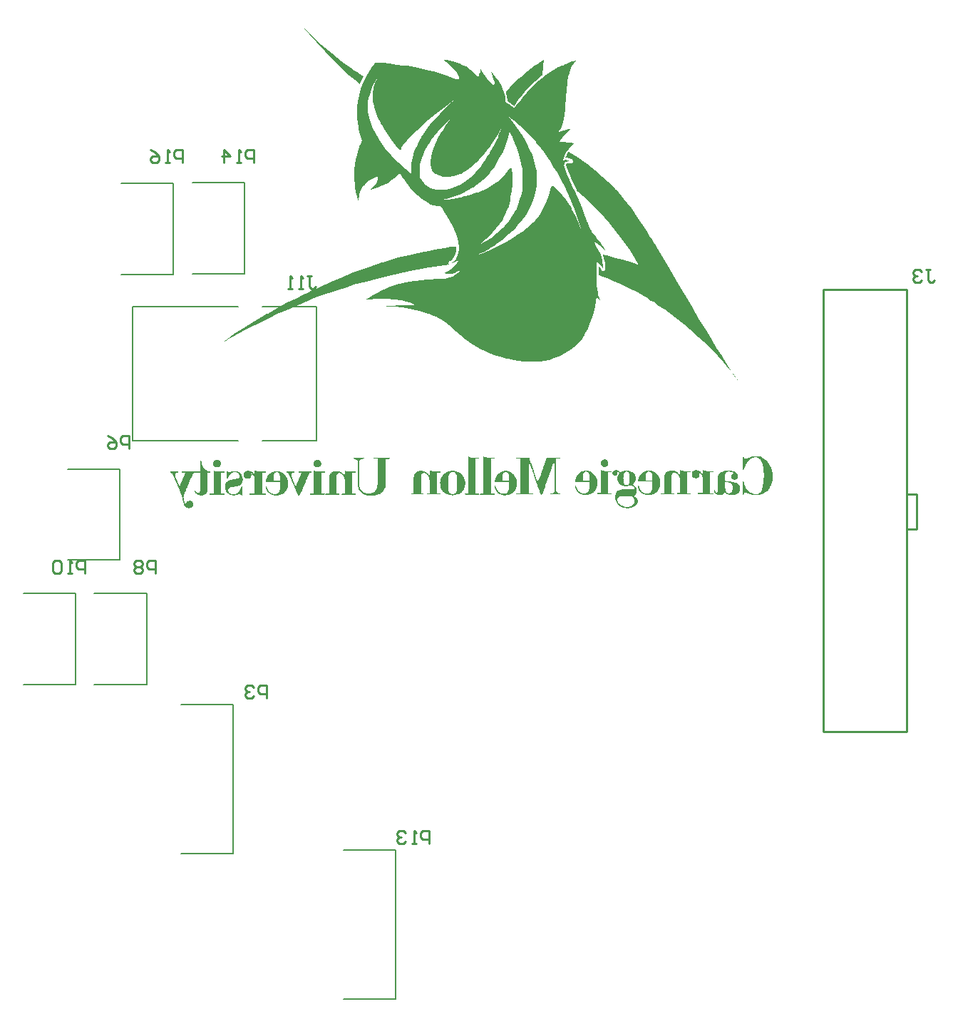
<source format=gbo>
G04*
G04 #@! TF.GenerationSoftware,Altium Limited,Altium Designer,18.1.9 (240)*
G04*
G04 Layer_Color=32896*
%FSLAX25Y25*%
%MOIN*%
G70*
G01*
G75*
%ADD10C,0.00787*%
%ADD11C,0.01000*%
%ADD12C,0.00591*%
G36*
X158667Y471557D02*
X158738Y471462D01*
X158510Y471714D01*
X158667Y471557D01*
D02*
G37*
G36*
X227923Y454873D02*
X229340Y454558D01*
X230599Y454243D01*
X231543Y453928D01*
X232330Y453613D01*
X232802Y453456D01*
X232960Y453299D01*
X234219Y452669D01*
X235478Y452039D01*
X236423Y451410D01*
X237052Y450938D01*
X237682Y450465D01*
X238154Y450151D01*
X238311Y449836D01*
X238469D01*
X239571Y448734D01*
X240515Y447790D01*
X241145Y447160D01*
X241302Y446845D01*
Y447317D01*
X241459Y447790D01*
X241617Y448104D01*
Y448262D01*
X241774Y449049D01*
X242089Y449521D01*
X242246Y449836D01*
Y449993D01*
X242404Y450780D01*
X242561Y450938D01*
X242876Y449836D01*
X243506Y448734D01*
X244450Y447475D01*
X245394Y446373D01*
X246496Y445271D01*
X247283Y444327D01*
X247913Y443697D01*
X248228Y443540D01*
X248385D01*
X248700Y443697D01*
X248857Y443855D01*
Y444642D01*
Y444799D01*
Y444956D01*
X248542Y445901D01*
X248385Y446216D01*
Y446373D01*
X248070Y447475D01*
X247913Y447790D01*
Y447947D01*
X247755Y448419D01*
X247598Y448734D01*
X247441Y449049D01*
X247283Y449521D01*
Y449678D01*
X249329Y447317D01*
X250903Y445114D01*
X252163Y442910D01*
X252950Y440864D01*
X253579Y439133D01*
X253894Y437873D01*
X254051Y436929D01*
Y436772D01*
Y436614D01*
Y435827D01*
Y435512D01*
Y435355D01*
X255625Y434411D01*
X257042Y433624D01*
X257986Y432994D01*
X258144Y432679D01*
X258301D01*
X259718Y434725D01*
X261134Y436614D01*
X262551Y438346D01*
X263810Y439762D01*
X264912Y441021D01*
X265699Y441808D01*
X266329Y442438D01*
X266486Y442595D01*
X268060Y444169D01*
X269477Y445429D01*
X270893Y446530D01*
X271995Y447475D01*
X272939Y448104D01*
X273569Y448734D01*
X274041Y448891D01*
X274199Y449049D01*
X276560Y450623D01*
X278606Y451725D01*
X279550Y452039D01*
X280180Y452354D01*
X280652Y452669D01*
X280809D01*
X281911Y453141D01*
X282856Y453613D01*
X283643Y453928D01*
X284272Y454086D01*
X285059Y454400D01*
X285217D01*
X285846Y454558D01*
X286476Y454715D01*
X286791Y454873D01*
X286948D01*
X285846Y453613D01*
X284902Y452039D01*
X284272Y450465D01*
X283800Y448891D01*
X283328Y447475D01*
X283170Y446373D01*
X283013Y445586D01*
Y445271D01*
X282541Y440392D01*
X282383Y438188D01*
X282226Y436142D01*
X282069Y434411D01*
X281911Y432994D01*
Y432207D01*
Y432050D01*
Y431892D01*
X281596Y429531D01*
X281282Y427642D01*
X280967Y426068D01*
X280495Y424809D01*
X280180Y423865D01*
X279865Y423235D01*
X279550Y422920D01*
Y422763D01*
X278921Y421819D01*
X278763Y421504D01*
Y421346D01*
X280809Y422133D01*
X282541Y422606D01*
X283328Y422763D01*
X283957D01*
X284272Y422920D01*
X284430D01*
X282383Y420874D01*
X280652Y418985D01*
X280022Y418198D01*
X279550Y417569D01*
X279393Y417097D01*
X279235Y416939D01*
X281754Y416782D01*
X283013Y416624D01*
X283957D01*
X284902Y416467D01*
X285531Y416310D01*
X286004Y416152D01*
X286161D01*
X284744Y414893D01*
X283485Y413634D01*
X282541Y412375D01*
X281911Y411115D01*
X281439Y410171D01*
X281124Y409227D01*
X280967Y408597D01*
Y408440D01*
Y408282D01*
Y408125D01*
X281282Y408282D01*
X281911Y408440D01*
X283170Y408125D01*
X283800Y407967D01*
X284272Y407810D01*
X284482Y407705D01*
X284744Y407653D01*
X284587D01*
X284482Y407705D01*
X283957Y407810D01*
X283328D01*
X282698Y407653D01*
X282383Y407495D01*
X282226Y407338D01*
X281754Y407023D01*
X281439Y406551D01*
X281124Y406236D01*
Y406079D01*
X282698Y401829D01*
X283485Y399940D01*
X284272Y398209D01*
X284902Y396792D01*
X285374Y395690D01*
X285689Y395061D01*
X285846Y394746D01*
X287892Y390339D01*
X288837Y388292D01*
X289624Y386561D01*
X290253Y384987D01*
X290568Y383728D01*
X290883Y382941D01*
X291040Y382626D01*
X291513Y381052D01*
X291985Y379950D01*
X292457Y378691D01*
X292929Y377747D01*
X293087Y377589D01*
Y377432D01*
X293716Y376015D01*
X294346Y375071D01*
X294661Y374284D01*
X294818Y374126D01*
X295448Y373339D01*
X296235Y372395D01*
X296707Y371765D01*
X297022Y371608D01*
Y371451D01*
X297966Y370349D01*
X298596Y369404D01*
X299068Y368775D01*
X299225Y368617D01*
X299855Y367673D01*
X300327Y366886D01*
X300484Y366256D01*
X300642Y366099D01*
X297966Y368460D01*
X297179Y369090D01*
X296549Y369562D01*
X296235Y369719D01*
X295920Y369877D01*
X295605D01*
Y369719D01*
X295762Y369090D01*
X295920Y368932D01*
Y368775D01*
X296235Y368303D01*
X296549Y367830D01*
X296707Y367358D01*
X296864Y367201D01*
X297179Y366414D01*
X297494Y365942D01*
X297651Y365627D01*
X297809Y365469D01*
X298438Y364053D01*
X298910Y362794D01*
X299225Y361534D01*
X299383Y360433D01*
X299540Y359488D01*
X299697Y358701D01*
Y358229D01*
Y358072D01*
Y357757D01*
Y357599D01*
X299225Y358386D01*
X298596Y359016D01*
X298281Y359488D01*
X298123Y359646D01*
X297651Y360118D01*
X297336Y360433D01*
X297022Y360590D01*
X296864Y360747D01*
X296549Y360590D01*
Y360433D01*
Y359960D01*
Y359331D01*
Y357757D01*
Y357127D01*
Y356498D01*
Y356183D01*
Y356025D01*
X296707Y353664D01*
Y352563D01*
Y351618D01*
Y350989D01*
Y350359D01*
Y350044D01*
Y349887D01*
X296864Y347998D01*
X297179Y346581D01*
X297336Y345322D01*
X297651Y344378D01*
X297809Y343748D01*
X297966Y343276D01*
X298123Y343119D01*
Y342961D01*
X296549Y344535D01*
X295920Y339971D01*
X294975Y335878D01*
X293716Y332415D01*
X292457Y329582D01*
X291355Y327379D01*
X290883Y326434D01*
X290411Y325647D01*
X289939Y325175D01*
X289781Y324703D01*
X289466Y324545D01*
Y324388D01*
X287105Y321870D01*
X284587Y319823D01*
X282069Y318249D01*
X279708Y316990D01*
X277504Y316046D01*
X275930Y315416D01*
X275300Y315259D01*
X274828Y315101D01*
X274513Y314944D01*
X274356D01*
X270421Y314314D01*
X266643Y314157D01*
X263023Y314314D01*
X259718Y314629D01*
X256727Y315101D01*
X255625Y315416D01*
X254524Y315574D01*
X253737Y315731D01*
X253107Y315888D01*
X252792Y316046D01*
X252635D01*
X248542Y317305D01*
X244922Y318722D01*
X241932Y320296D01*
X239413Y321712D01*
X237524Y322971D01*
X236108Y323916D01*
X235321Y324545D01*
X235006Y324860D01*
X231071Y328323D01*
X229182Y329897D01*
X227451Y331314D01*
X225877Y332415D01*
X224775Y333202D01*
X224145Y333832D01*
X223831Y333989D01*
X222571Y334619D01*
X221470Y335091D01*
X220683Y335406D01*
X220368Y335563D01*
X219581Y335878D01*
X218794Y336193D01*
X218164Y336508D01*
X218007D01*
X213442Y337924D01*
X209350Y338869D01*
X205730Y339498D01*
X202582Y339813D01*
X201165D01*
X200063Y339971D01*
X198174D01*
X197545Y339813D01*
X196600D01*
X200063Y340285D01*
X201637D01*
X203211Y340443D01*
X204470Y340600D01*
X211711D01*
X210766Y341072D01*
X209822Y341545D01*
X209192Y341702D01*
X208878Y341859D01*
X205415Y342804D01*
X201952Y343276D01*
X198489Y343591D01*
X195184D01*
X192351Y343433D01*
X191091Y343276D01*
X190147D01*
X189203Y343119D01*
X188573D01*
X188258Y342961D01*
X188101D01*
X192036Y345322D01*
X193925Y346267D01*
X195499Y347054D01*
X196915Y347841D01*
X198017Y348313D01*
X198647Y348628D01*
X198961Y348785D01*
X203054Y350202D01*
X207146Y351146D01*
X211239Y351776D01*
X215016Y352248D01*
X216748Y352405D01*
X218322Y352563D01*
X219738Y352563D01*
X220840Y352720D01*
X223201D01*
X225562Y352877D01*
X227608Y353350D01*
X229340Y353979D01*
X230599Y354766D01*
X231543Y355553D01*
X232173Y356183D01*
X232488Y356655D01*
X232645Y356812D01*
X231386Y356025D01*
X230127Y355553D01*
X228867Y355238D01*
X226506D01*
X225719Y355396D01*
X225090Y355553D01*
X225405D01*
X225877Y355711D01*
X227136Y356340D01*
X228395Y357285D01*
X229654Y358544D01*
X230756Y359646D01*
X231701Y360747D01*
X232330Y361377D01*
X232645Y361692D01*
X231701Y361220D01*
X231543Y361062D01*
X231386D01*
X230441Y360747D01*
X229497Y360433D01*
X228867Y360275D01*
X228710D01*
X229497Y360747D01*
X230284Y361534D01*
X230756Y362164D01*
X230914Y362479D01*
X231543Y363895D01*
X231858Y365312D01*
X232173Y366414D01*
Y366571D01*
Y366729D01*
X232173Y367673D01*
Y367988D01*
Y368145D01*
X232015Y369404D01*
X231858Y370664D01*
X231701Y371451D01*
Y371608D01*
Y371765D01*
X230441Y374599D01*
X229182Y377432D01*
X227766Y379950D01*
X226506Y382154D01*
X225405Y384043D01*
X224460Y385459D01*
X223831Y386404D01*
X223673Y386718D01*
X222099Y386876D01*
X220525Y387191D01*
X218951Y387663D01*
X217535Y388450D01*
X215016Y390024D01*
X212813Y391755D01*
X211081Y393487D01*
X209665Y395061D01*
X209192Y395533D01*
X208878Y396005D01*
X208563Y396320D01*
Y396477D01*
X206989Y398681D01*
X205730Y400570D01*
X205257Y401199D01*
X204785Y401671D01*
X204628Y401986D01*
X204470Y402144D01*
X203841Y401671D01*
X203683Y401514D01*
X201952Y399940D01*
X200378Y398681D01*
X199748Y398209D01*
X199276Y397894D01*
X198961Y397579D01*
X198804D01*
X195656Y396005D01*
X194239Y395533D01*
X192980Y395061D01*
X191878Y394746D01*
X190934Y394431D01*
X190304Y394274D01*
X190147D01*
X191721Y395533D01*
X192980Y396792D01*
X193452Y397422D01*
X193610Y397894D01*
X193925Y398209D01*
Y398366D01*
X194239Y399153D01*
X194397Y399940D01*
Y400570D01*
Y400727D01*
X192823Y400255D01*
X191564Y399625D01*
X190304Y398838D01*
X189360Y398209D01*
X188573Y397579D01*
X188101Y396949D01*
X187786Y396635D01*
X187629Y396477D01*
X186842Y395375D01*
X186212Y394116D01*
X185897Y393014D01*
X185582Y392070D01*
X185425Y391126D01*
X185268Y390496D01*
Y390024D01*
Y389866D01*
Y389394D01*
Y389237D01*
Y389079D01*
X184638Y391283D01*
X184008Y393487D01*
X183694Y395533D01*
X183536Y397422D01*
X183379Y398996D01*
X183221Y400255D01*
Y401042D01*
Y401357D01*
X183379Y404347D01*
X183536Y405764D01*
X183694Y407023D01*
X183851Y407967D01*
X184008Y408912D01*
X184166Y409384D01*
Y409541D01*
X184953Y412217D01*
X185268Y413319D01*
X185740Y414421D01*
X186055Y415365D01*
X186212Y415995D01*
X186527Y416467D01*
Y416624D01*
X186684Y416782D01*
Y416939D01*
X186842Y417411D01*
X186999Y417569D01*
X186212Y419615D01*
X185897Y420402D01*
X185740Y421346D01*
X185268Y423235D01*
X185110Y424180D01*
X185110Y424809D01*
X184953Y425281D01*
Y425439D01*
X184638Y428272D01*
Y429689D01*
X184481Y430948D01*
X184638Y432050D01*
Y432837D01*
Y433466D01*
Y433624D01*
X184795Y435355D01*
X185110Y437086D01*
X185425Y438660D01*
X185897Y440234D01*
X186212Y441494D01*
X186684Y442595D01*
X186842Y443225D01*
X186999Y443540D01*
X187786Y445586D01*
X188888Y447475D01*
X189832Y449206D01*
X190777Y450780D01*
X191721Y452039D01*
X192508Y453141D01*
X192980Y453771D01*
X193138Y453928D01*
X196758Y453771D01*
X200063Y453456D01*
X203211Y452984D01*
X206044Y452669D01*
X208405Y452354D01*
X209507Y452197D01*
X210294Y452039D01*
X210924Y451882D01*
X211396D01*
X211711Y451725D01*
X211868D01*
X212970Y451410D01*
X216905Y450623D01*
X218636Y450151D01*
X220210Y449836D01*
X221627Y449521D01*
X222571Y449206D01*
X223201Y448891D01*
X223516D01*
X225562Y448262D01*
X227451Y447632D01*
X228080Y447317D01*
X228553Y447160D01*
X228867Y447003D01*
X229025D01*
X229969Y446530D01*
X230914Y446216D01*
X231543Y446058D01*
X231858Y445901D01*
X232173Y446530D01*
X232330Y446688D01*
Y446845D01*
X232173Y447475D01*
X232015Y447947D01*
X231228Y449206D01*
X230599Y450151D01*
X230441Y450308D01*
X230284Y450465D01*
X228867Y451882D01*
X227923Y452984D01*
X227293Y453456D01*
X227136Y453613D01*
X226192Y454243D01*
X225562Y454715D01*
X225090Y455030D01*
X224932Y455187D01*
X226506D01*
X227923Y454873D01*
D02*
G37*
G36*
X163074Y466678D02*
X167954Y462113D01*
X172833Y458021D01*
X175194Y456132D01*
X177398Y454400D01*
X179601Y452826D01*
X181490Y451567D01*
X183221Y450308D01*
X184638Y449364D01*
X185897Y448577D01*
X186842Y447947D01*
X187471Y447632D01*
X187629Y447475D01*
X186999Y446058D01*
X186369Y444956D01*
X186055Y444169D01*
X185897Y444012D01*
Y443855D01*
X183536Y445743D01*
X181018Y447790D01*
X176296Y452354D01*
X171574Y456919D01*
X167481Y461483D01*
X165593Y463530D01*
X163861Y465418D01*
X162287Y467150D01*
X161028Y468724D01*
X159926Y469983D01*
X159139Y470927D01*
X158738Y471462D01*
X163074Y466678D01*
D02*
G37*
G36*
X271208Y448262D02*
X271051Y447947D01*
X268060Y445114D01*
X265699Y443068D01*
X263653Y441021D01*
X262866Y440077D01*
X262236Y439447D01*
X261921Y438975D01*
X261764Y438818D01*
X260662Y437559D01*
X259875Y436614D01*
X259246Y435670D01*
X258773Y434883D01*
X258459Y434411D01*
X258301Y433938D01*
Y433781D01*
Y433624D01*
X254838Y435827D01*
Y436299D01*
Y436457D01*
Y436614D01*
X254681Y437716D01*
X254524Y438503D01*
X254366Y439133D01*
X254209Y439447D01*
Y439762D01*
X254366Y440234D01*
X254996Y441336D01*
X255783Y442123D01*
X255940Y442438D01*
X256098Y442595D01*
X257042Y443540D01*
X257986Y444642D01*
X260190Y446530D01*
X261134Y447317D01*
X261921Y447947D01*
X262551Y448419D01*
X262708Y448577D01*
X266014Y451095D01*
X267588Y452354D01*
X269004Y453299D01*
X270106Y454243D01*
X271208Y454873D01*
X271838Y455345D01*
X271995Y455502D01*
X271208Y448262D01*
D02*
G37*
G36*
X288050Y409384D02*
X292300Y406393D01*
X296077Y403403D01*
X299383Y400570D01*
X300799Y399310D01*
X302058Y398209D01*
X303160Y397107D01*
X304105Y396162D01*
X304892Y395533D01*
X305364Y394903D01*
X305679Y394588D01*
X305836Y394431D01*
X309299Y390181D01*
X312762Y385774D01*
X316067Y381209D01*
X318900Y376802D01*
X320317Y374756D01*
X321419Y372867D01*
X322520Y371293D01*
X323307Y369877D01*
X324094Y368617D01*
X324567Y367830D01*
X324881Y367201D01*
X325039Y367043D01*
X329446Y359488D01*
X333538Y352405D01*
X337473Y345952D01*
X341094Y339813D01*
X344399Y334304D01*
X347547Y329267D01*
X350223Y324703D01*
X352741Y320610D01*
X355102Y316990D01*
X356991Y314000D01*
X358722Y311324D01*
X359982Y309278D01*
X361083Y307546D01*
X361870Y306444D01*
X362343Y305815D01*
X362500Y305500D01*
X359824Y309120D01*
X358565Y310694D01*
X357306Y312268D01*
X355889Y314000D01*
X354473Y315574D01*
X353213Y316990D01*
X352112Y318092D01*
X351482Y318722D01*
X351167Y319036D01*
X346445Y323444D01*
X344242Y325490D01*
X342195Y327379D01*
X340307Y329110D01*
X338890Y330369D01*
X337946Y331156D01*
X337788Y331471D01*
X337631D01*
X334640Y333832D01*
X331650Y336193D01*
X328502Y338397D01*
X325668Y340285D01*
X323150Y342017D01*
X322048Y342646D01*
X321104Y343276D01*
X320474Y343748D01*
X319845Y344063D01*
X319530Y344378D01*
X319372D01*
X315280Y346739D01*
X311502Y348628D01*
X307725Y350516D01*
X304419Y351933D01*
X303003Y352563D01*
X301586Y353035D01*
X300484Y353507D01*
X299383Y353979D01*
X298596Y354294D01*
X297966Y354451D01*
X297651Y354609D01*
X297494D01*
Y355081D01*
Y355396D01*
Y356025D01*
Y356340D01*
Y357442D01*
Y358229D01*
Y358701D01*
Y358859D01*
X298123Y358072D01*
X298596Y357599D01*
X298910Y357285D01*
Y357127D01*
X299068Y356812D01*
X299383Y356655D01*
X299855D01*
X300327Y356970D01*
X300484Y357285D01*
X300642Y357442D01*
Y357599D01*
Y358072D01*
Y358229D01*
X300484Y360433D01*
X300012Y362321D01*
X299855Y363108D01*
X299697Y363581D01*
X299540Y363895D01*
Y364053D01*
X302688Y363423D01*
X305679Y362636D01*
X308512Y361849D01*
X311030Y361062D01*
X313234Y360433D01*
X314808Y359803D01*
X315437Y359646D01*
X315910Y359488D01*
X316067Y359331D01*
X316224D01*
X314178Y362794D01*
X312132Y366256D01*
X307410Y372867D01*
X305049Y375858D01*
X302531Y378848D01*
X300170Y381524D01*
X297809Y384043D01*
X295762Y386246D01*
X293716Y388292D01*
X291827Y390181D01*
X290253Y391598D01*
X288994Y392857D01*
X287892Y393644D01*
X287263Y394274D01*
X287105Y394431D01*
Y394588D01*
Y394746D01*
X286948Y394903D01*
X286791Y395061D01*
Y395218D01*
X285059Y399153D01*
X284272Y401042D01*
X283485Y402616D01*
X283013Y404032D01*
X282541Y405134D01*
X282383Y405764D01*
X282226Y406079D01*
Y406236D01*
Y406393D01*
X283013Y406708D01*
X284744D01*
X285059Y406866D01*
X285374Y407023D01*
X285531Y407180D01*
Y407338D01*
X285689Y407495D01*
Y407653D01*
X285531Y408125D01*
X285374Y408440D01*
X285217Y408754D01*
X285059D01*
X283957Y409227D01*
X283013Y409384D01*
X282383Y409541D01*
X282069D01*
X282541Y410486D01*
X283013Y411430D01*
X283328Y412060D01*
X283485Y412217D01*
X288050Y409384D01*
D02*
G37*
G36*
X231071Y367201D02*
Y367043D01*
Y366886D01*
X230756Y365469D01*
X230441Y364368D01*
X230127Y363581D01*
X229969Y363423D01*
Y363266D01*
X229340Y362164D01*
X229025Y361534D01*
X228710Y361377D01*
X228553Y361220D01*
X228080D01*
X227608Y361062D01*
X227451Y360747D01*
X227293Y360433D01*
Y360275D01*
X227451Y359646D01*
X227608Y359488D01*
X218322Y358229D01*
X209192Y356498D01*
X204785Y355553D01*
X200535Y354609D01*
X196443Y353507D01*
X192665Y352563D01*
X189045Y351618D01*
X185897Y350831D01*
X183064Y350044D01*
X180703Y349257D01*
X178814Y348628D01*
X177398Y348155D01*
X176453Y347998D01*
X176138Y347841D01*
X171102Y346109D01*
X166065Y344378D01*
X156306Y340285D01*
X151584Y338239D01*
X147177Y336350D01*
X142927Y334304D01*
X138992Y332258D01*
X135372Y330527D01*
X132066Y328795D01*
X129076Y327221D01*
X126715Y325962D01*
X124669Y324860D01*
X123252Y323916D01*
X122308Y323444D01*
X121993Y323286D01*
X127659Y327379D01*
X129863Y328953D01*
X132539Y330527D01*
X135214Y332258D01*
X137890Y333832D01*
X140251Y335249D01*
X141196Y335721D01*
X142140Y336350D01*
X142770Y336665D01*
X143399Y336980D01*
X143714Y337295D01*
X143871D01*
X147964Y339498D01*
X152056Y341702D01*
X155991Y343591D01*
X159611Y345480D01*
X161343Y346267D01*
X162759Y347054D01*
X164176Y347683D01*
X165278Y348155D01*
X166222Y348628D01*
X166852Y348942D01*
X167324Y349257D01*
X167481D01*
X172518Y351618D01*
X177712Y353664D01*
X182749Y355711D01*
X187471Y357442D01*
X189517Y358229D01*
X191564Y358859D01*
X193295Y359488D01*
X194712Y359960D01*
X195971Y360433D01*
X196915Y360590D01*
X197545Y360905D01*
X197702D01*
X203998Y362794D01*
X210137Y364210D01*
X215803Y365469D01*
X218322Y365942D01*
X220840Y366414D01*
X223044Y366886D01*
X225090Y367201D01*
X226821Y367358D01*
X228238Y367673D01*
X229497Y367830D01*
X230284D01*
X230914Y367988D01*
X231071D01*
X231071Y367201D01*
D02*
G37*
G36*
X371873Y269961D02*
X372058Y269938D01*
X372197Y269915D01*
X372312D01*
X372382Y269891D01*
X372405D01*
X372775Y269799D01*
X373122Y269683D01*
X373794Y269405D01*
X374418Y269081D01*
X374696Y268919D01*
X374951Y268758D01*
X375182Y268596D01*
X375390Y268433D01*
X375552Y268295D01*
X375714Y268179D01*
X375830Y268063D01*
X375922Y267994D01*
X375969Y267948D01*
X375992Y267924D01*
X376223Y267693D01*
X376455Y267415D01*
X376686Y267138D01*
X376871Y266883D01*
X377033Y266652D01*
X377172Y266467D01*
X377264Y266351D01*
X377288Y266328D01*
Y266305D01*
X377519Y265934D01*
X377704Y265610D01*
X377889Y265286D01*
X378005Y265032D01*
X378121Y264801D01*
X378190Y264638D01*
X378236Y264546D01*
X378259Y264500D01*
X378375Y264199D01*
X378468Y263875D01*
X378560Y263551D01*
X378630Y263227D01*
X378699Y262972D01*
X378746Y262741D01*
X378792Y262602D01*
Y262579D01*
Y262556D01*
X378861Y262139D01*
X378907Y261769D01*
X378954Y261445D01*
X378977Y261144D01*
Y260913D01*
X379000Y260728D01*
Y260635D01*
Y260589D01*
X378977Y260103D01*
Y259895D01*
X378954Y259687D01*
Y259525D01*
X378931Y259386D01*
Y259293D01*
Y259270D01*
X378861Y258807D01*
X378769Y258368D01*
X378653Y257928D01*
X378514Y257511D01*
X378398Y257164D01*
X378329Y257002D01*
X378283Y256887D01*
X378236Y256771D01*
X378213Y256701D01*
X378190Y256655D01*
Y256632D01*
X377959Y256123D01*
X377704Y255660D01*
X377473Y255244D01*
X377264Y254920D01*
X377079Y254642D01*
X376940Y254457D01*
X376825Y254341D01*
X376802Y254295D01*
X376478Y253925D01*
X376108Y253601D01*
X375737Y253300D01*
X375367Y253045D01*
X375043Y252837D01*
X374765Y252675D01*
X374673Y252606D01*
X374603Y252583D01*
X374557Y252536D01*
X374534D01*
X373979Y252282D01*
X373469Y252097D01*
X373007Y251935D01*
X372590Y251842D01*
X372266Y251750D01*
X372127Y251726D01*
X372012Y251703D01*
X371896D01*
X371827Y251680D01*
X371156D01*
X370785Y251703D01*
X370415Y251726D01*
X370045Y251773D01*
X369698Y251842D01*
X369397Y251911D01*
X369165Y251958D01*
X369073Y251981D01*
X369004D01*
X368980Y252004D01*
X368957D01*
X368518Y252143D01*
X368101Y252282D01*
X367754Y252421D01*
X367453Y252536D01*
X367222Y252652D01*
X367037Y252745D01*
X366944Y252791D01*
X366898Y252814D01*
X366689Y252907D01*
X366528Y252976D01*
X366389Y253022D01*
X366273D01*
X366180Y253045D01*
X366134Y253022D01*
X366088D01*
X365995Y252976D01*
X365880Y252907D01*
X365694Y252698D01*
X365625Y252583D01*
X365556Y252513D01*
X365532Y252444D01*
X365509Y252421D01*
X365301Y252212D01*
X365116Y252050D01*
X365000Y251958D01*
X364977Y251911D01*
X364954D01*
Y258183D01*
X365139Y258159D01*
X365255Y258136D01*
X365324Y258113D01*
X365347Y258090D01*
X365370Y258044D01*
X365417Y257974D01*
X365463Y257789D01*
X365486Y257627D01*
X365509Y257581D01*
Y257558D01*
X365671Y256910D01*
X365880Y256308D01*
X366111Y255776D01*
X366366Y255290D01*
X366643Y254827D01*
X366944Y254434D01*
X367245Y254087D01*
X367546Y253763D01*
X367823Y253508D01*
X368101Y253277D01*
X368356Y253092D01*
X368587Y252930D01*
X368772Y252814D01*
X368911Y252745D01*
X369004Y252698D01*
X369027Y252675D01*
X369443Y252513D01*
X369837Y252397D01*
X370184Y252305D01*
X370508Y252259D01*
X370762Y252236D01*
X370970Y252212D01*
X371132D01*
X371480Y252259D01*
X371827Y252328D01*
X372127Y252444D01*
X372382Y252559D01*
X372613Y252698D01*
X372775Y252791D01*
X372868Y252883D01*
X372914Y252907D01*
X373192Y253184D01*
X373423Y253485D01*
X373608Y253809D01*
X373770Y254110D01*
X373886Y254387D01*
X373955Y254619D01*
X373979Y254712D01*
X374002Y254781D01*
X374025Y254804D01*
Y254827D01*
X374210Y255591D01*
X374349Y256331D01*
X374465Y257049D01*
X374511Y257373D01*
X374557Y257697D01*
X374603Y257974D01*
X374626Y258229D01*
X374650Y258460D01*
X374673Y258645D01*
Y258807D01*
X374696Y258923D01*
Y258992D01*
Y259015D01*
X374742Y259710D01*
X374765Y260034D01*
Y260311D01*
X374788Y260566D01*
Y260751D01*
Y260867D01*
Y260913D01*
X374765Y261746D01*
X374719Y262556D01*
X374650Y263320D01*
X374626Y263667D01*
X374580Y263991D01*
X374534Y264291D01*
X374511Y264569D01*
X374465Y264801D01*
X374441Y265009D01*
X374418Y265171D01*
X374395Y265286D01*
X374372Y265356D01*
Y265379D01*
X374279Y265749D01*
X374187Y266096D01*
X374094Y266420D01*
X374002Y266721D01*
X373886Y266999D01*
X373794Y267230D01*
X373701Y267462D01*
X373585Y267647D01*
X373493Y267832D01*
X373423Y267971D01*
X373331Y268109D01*
X373284Y268202D01*
X373215Y268295D01*
X373169Y268341D01*
X373146Y268387D01*
X372960Y268596D01*
X372752Y268758D01*
X372544Y268919D01*
X372336Y269035D01*
X371942Y269243D01*
X371572Y269359D01*
X371271Y269452D01*
X371017Y269475D01*
X370924Y269498D01*
X370531D01*
X370276Y269452D01*
X369813Y269336D01*
X369374Y269151D01*
X368980Y268966D01*
X368680Y268781D01*
X368425Y268596D01*
X368333Y268526D01*
X368263Y268480D01*
X368240Y268457D01*
X368217Y268433D01*
X367893Y268133D01*
X367592Y267809D01*
X367337Y267485D01*
X367083Y267138D01*
X366875Y266860D01*
X366736Y266605D01*
X366666Y266513D01*
X366620Y266467D01*
X366597Y266420D01*
Y266397D01*
X366342Y265911D01*
X366111Y265472D01*
X365949Y265078D01*
X365810Y264708D01*
X365694Y264407D01*
X365625Y264176D01*
X365602Y264106D01*
Y264037D01*
X365579Y264014D01*
Y263991D01*
X365532Y263875D01*
X365509Y263852D01*
Y263829D01*
X365394Y263713D01*
X365347Y263690D01*
X365324Y263667D01*
X365255Y263620D01*
X365209Y263574D01*
X365162Y263551D01*
X365047Y263644D01*
Y269567D01*
X365162Y269521D01*
X365209Y269498D01*
X365232D01*
X365370Y269452D01*
X365394Y269428D01*
X365417D01*
X365463Y269382D01*
X365486Y269359D01*
Y269336D01*
X365556Y269197D01*
X365648Y269081D01*
X365857Y268943D01*
X366088Y268850D01*
X366319Y268827D01*
X366528D01*
X366713Y268850D01*
X366828Y268873D01*
X366851Y268896D01*
X366875D01*
X367199Y269012D01*
X367476Y269128D01*
X367708Y269197D01*
X367893Y269290D01*
X368032Y269336D01*
X368147Y269382D01*
X368194Y269428D01*
X368217D01*
X368610Y269590D01*
X369027Y269706D01*
X369420Y269799D01*
X369790Y269868D01*
X370508Y269961D01*
X370832Y269984D01*
X371641D01*
X371873Y269961D01*
D02*
G37*
G36*
X300787Y268410D02*
X301018Y268341D01*
X301203Y268271D01*
X301365Y268179D01*
X301481Y268086D01*
X301550Y268017D01*
X301574Y267994D01*
X301735Y267762D01*
X301874Y267554D01*
X301967Y267323D01*
X302013Y267114D01*
X302060Y266929D01*
X302083Y266791D01*
Y266698D01*
Y266675D01*
X302060Y266420D01*
X301990Y266189D01*
X301898Y265957D01*
X301805Y265772D01*
X301712Y265634D01*
X301620Y265518D01*
X301574Y265448D01*
X301550Y265425D01*
X301342Y265263D01*
X301134Y265125D01*
X300903Y265032D01*
X300717Y264963D01*
X300532Y264939D01*
X300393Y264916D01*
X300301Y264893D01*
X300278D01*
X300023Y264916D01*
X299792Y264963D01*
X299560Y265055D01*
X299375Y265171D01*
X299213Y265263D01*
X299098Y265356D01*
X299028Y265425D01*
X299005Y265448D01*
X298820Y265680D01*
X298681Y265888D01*
X298565Y266096D01*
X298519Y266282D01*
X298473Y266443D01*
X298450Y266559D01*
Y266652D01*
Y266675D01*
X298496Y266976D01*
X298565Y267253D01*
X298658Y267485D01*
X298774Y267670D01*
X298913Y267855D01*
X299074Y267994D01*
X299236Y268109D01*
X299398Y268202D01*
X299722Y268318D01*
X299977Y268387D01*
X300093Y268410D01*
X300255D01*
X300532Y268433D01*
X300787Y268410D01*
D02*
G37*
G36*
X166552Y268225D02*
X166760Y268156D01*
X166945Y268040D01*
X167107Y267948D01*
X167223Y267855D01*
X167292Y267786D01*
X167315Y267762D01*
X167500Y267554D01*
X167639Y267323D01*
X167732Y267114D01*
X167801Y266929D01*
X167824Y266767D01*
X167848Y266629D01*
Y266536D01*
Y266513D01*
X167801Y266189D01*
X167732Y265911D01*
X167639Y265657D01*
X167500Y265472D01*
X167362Y265286D01*
X167200Y265148D01*
X167038Y265009D01*
X166876Y264916D01*
X166552Y264801D01*
X166274Y264731D01*
X166158Y264708D01*
X165973D01*
X165719Y264731D01*
X165487Y264777D01*
X165279Y264870D01*
X165094Y264963D01*
X164955Y265032D01*
X164862Y265124D01*
X164793Y265171D01*
X164770Y265194D01*
X164608Y265402D01*
X164469Y265610D01*
X164376Y265795D01*
X164330Y266004D01*
X164284Y266166D01*
X164261Y266305D01*
Y266397D01*
Y266420D01*
Y266443D01*
X164284Y266744D01*
X164330Y267022D01*
X164400Y267253D01*
X164492Y267438D01*
X164585Y267577D01*
X164677Y267693D01*
X164724Y267762D01*
X164747Y267786D01*
X164932Y267948D01*
X165163Y268063D01*
X165372Y268156D01*
X165580Y268225D01*
X165765Y268271D01*
X165927Y268295D01*
X166320D01*
X166552Y268225D01*
D02*
G37*
G36*
X119392Y268295D02*
X119647Y268225D01*
X119878Y268133D01*
X120063Y268040D01*
X120225Y267948D01*
X120341Y267855D01*
X120411Y267786D01*
X120434Y267762D01*
X120596Y267554D01*
X120735Y267323D01*
X120804Y267114D01*
X120850Y266929D01*
X120873Y266767D01*
Y266629D01*
Y266536D01*
Y266513D01*
Y266490D01*
Y266467D01*
X120850Y266212D01*
X120804Y265957D01*
X120711Y265749D01*
X120619Y265564D01*
X120549Y265425D01*
X120457Y265310D01*
X120411Y265240D01*
X120387Y265217D01*
X120179Y265055D01*
X119971Y264916D01*
X119763Y264824D01*
X119578Y264777D01*
X119392Y264731D01*
X119254Y264708D01*
X118976D01*
X118721Y264731D01*
X118490Y264777D01*
X118282Y264870D01*
X118120Y264962D01*
X117981Y265032D01*
X117865Y265124D01*
X117796Y265171D01*
X117772Y265194D01*
X117611Y265402D01*
X117472Y265610D01*
X117379Y265795D01*
X117333Y266004D01*
X117287Y266166D01*
X117263Y266305D01*
Y266397D01*
Y266420D01*
Y266443D01*
Y266467D01*
Y266513D01*
Y266536D01*
X117287Y266814D01*
X117356Y267045D01*
X117425Y267253D01*
X117518Y267438D01*
X117634Y267577D01*
X117703Y267693D01*
X117772Y267762D01*
X117796Y267786D01*
X118004Y267971D01*
X118212Y268086D01*
X118421Y268179D01*
X118629Y268248D01*
X118814Y268295D01*
X118953Y268318D01*
X119091D01*
X119392Y268295D01*
D02*
G37*
G36*
X163335Y262186D02*
X163289D01*
X163219Y262162D01*
X162896D01*
X162664Y262139D01*
X162502Y262116D01*
X162410Y262070D01*
X162387Y262047D01*
X162271Y261954D01*
X162155Y261815D01*
X162109Y261677D01*
X162086Y261653D01*
Y261630D01*
X162039Y261538D01*
X161993Y261422D01*
X161877Y261144D01*
X161739Y260797D01*
X161553Y260381D01*
X161368Y259941D01*
X161160Y259455D01*
X160720Y258437D01*
X160512Y257928D01*
X160304Y257465D01*
X160119Y257025D01*
X159957Y256632D01*
X159818Y256308D01*
X159702Y256054D01*
X159656Y255961D01*
X159633Y255892D01*
X159610Y255868D01*
Y255845D01*
X159378Y255313D01*
X159170Y254827D01*
X158985Y254387D01*
X158800Y253994D01*
X158661Y253624D01*
X158522Y253300D01*
X158383Y253022D01*
X158267Y252768D01*
X158175Y252559D01*
X158082Y252374D01*
X158013Y252212D01*
X157967Y252097D01*
X157920Y252004D01*
X157897Y251935D01*
X157874Y251911D01*
Y251888D01*
X157782Y251796D01*
X157689Y251726D01*
X157527Y251634D01*
X157365Y251588D01*
X157319D01*
X157134Y251634D01*
X156995Y251726D01*
X156902Y251819D01*
X156879Y251865D01*
X156763Y252120D01*
X156625Y252444D01*
X156463Y252768D01*
X156324Y253092D01*
X156208Y253393D01*
X156092Y253624D01*
X156046Y253716D01*
X156023Y253786D01*
X156000Y253832D01*
Y253855D01*
X155792Y254341D01*
X155630Y254781D01*
X155468Y255128D01*
X155352Y255429D01*
X155259Y255660D01*
X155190Y255822D01*
X155167Y255938D01*
X155144Y255961D01*
X154866Y256586D01*
X154611Y257164D01*
X154380Y257697D01*
X154172Y258206D01*
X153963Y258645D01*
X153778Y259062D01*
X153616Y259432D01*
X153478Y259756D01*
X153339Y260057D01*
X153223Y260311D01*
X153130Y260520D01*
X153061Y260682D01*
X152992Y260820D01*
X152945Y260913D01*
X152922Y260959D01*
Y260982D01*
X152830Y261191D01*
X152737Y261353D01*
X152645Y261515D01*
X152552Y261630D01*
X152482Y261723D01*
X152413Y261792D01*
X152390Y261839D01*
X152367Y261862D01*
X152251Y261977D01*
X152112Y262047D01*
X151835Y262139D01*
X151696Y262162D01*
X151603Y262186D01*
X151511D01*
X151534Y262695D01*
X155329D01*
Y262186D01*
X155167Y262162D01*
X155074D01*
X154797Y262186D01*
X154565Y262162D01*
X154357Y262093D01*
X154195Y262024D01*
X154079Y261954D01*
X154010Y261885D01*
X153963Y261839D01*
X153940Y261815D01*
X153848Y261630D01*
X153802Y261445D01*
X153778Y261260D01*
X153802Y261052D01*
X153848Y260890D01*
X153871Y260751D01*
X153894Y260658D01*
X153917Y260635D01*
Y260612D01*
X153940Y260566D01*
X154010Y260404D01*
X154102Y260149D01*
X154218Y259848D01*
X154380Y259501D01*
X154519Y259085D01*
X154704Y258668D01*
X154866Y258229D01*
X155051Y257789D01*
X155213Y257372D01*
X155375Y256979D01*
X155514Y256632D01*
X155630Y256331D01*
X155722Y256123D01*
X155745Y256030D01*
X155768Y255961D01*
X155792Y255938D01*
Y255915D01*
X158591Y262162D01*
X157249D01*
X157273Y262695D01*
X163405D01*
X163335Y262186D01*
D02*
G37*
G36*
X346511Y263435D02*
X346812Y263296D01*
X347090Y263204D01*
X347344Y263111D01*
X347576Y263065D01*
X347761Y263019D01*
X347877Y262996D01*
X347923D01*
X348270Y262972D01*
X348594Y262949D01*
X348895Y262926D01*
X349358D01*
X349520Y262949D01*
X349658D01*
X350260Y262972D01*
X350839Y262972D01*
X351070Y262949D01*
X351255Y262926D01*
X351371Y262903D01*
X351417D01*
X351348Y262348D01*
X349728Y262348D01*
Y252652D01*
X351394Y252652D01*
X351371Y252097D01*
X344012Y252097D01*
X344059Y252675D01*
X346211D01*
Y256979D01*
Y257095D01*
Y257211D01*
Y257280D01*
Y257303D01*
Y257835D01*
X346187Y258368D01*
X346164Y258854D01*
X346141Y259293D01*
X346118Y259640D01*
X346095Y259802D01*
Y259941D01*
Y260034D01*
X346072Y260103D01*
Y260149D01*
Y260173D01*
X346025Y260404D01*
X345956Y260658D01*
X345864Y260867D01*
X345771Y261075D01*
X345678Y261237D01*
X345609Y261353D01*
X345563Y261445D01*
X345540Y261468D01*
X345354Y261700D01*
X345169Y261885D01*
X345007Y262047D01*
X344845Y262186D01*
X344707Y262278D01*
X344591Y262348D01*
X344521Y262371D01*
X344498Y262394D01*
X344614Y261954D01*
X344637Y261746D01*
X344660Y261538D01*
X344683Y261376D01*
Y261260D01*
Y261168D01*
Y261144D01*
X344660Y260959D01*
X344614Y260797D01*
X344498Y260496D01*
X344429Y260381D01*
X344383Y260288D01*
X344359Y260242D01*
X344336Y260219D01*
X344197Y260080D01*
X344059Y259964D01*
X343920Y259872D01*
X343781Y259802D01*
X343665Y259756D01*
X343573Y259710D01*
X343526Y259687D01*
X343503D01*
X343272Y259640D01*
X343087Y259617D01*
X342948Y259594D01*
X342902D01*
X342670Y259617D01*
X342439Y259687D01*
X342346Y259710D01*
X342277Y259733D01*
X342231Y259756D01*
X342207D01*
X341930Y259895D01*
X341745Y260034D01*
X341606Y260126D01*
X341560Y260149D01*
X341398Y260334D01*
X341305Y260496D01*
X341235Y260612D01*
X341212Y260635D01*
Y260658D01*
X341143Y260867D01*
X341120Y261052D01*
Y261168D01*
Y261214D01*
Y261422D01*
Y261630D01*
Y261769D01*
Y261792D01*
Y261816D01*
X341143Y262001D01*
X341166Y262186D01*
X341235Y262371D01*
X341305Y262510D01*
X341374Y262625D01*
X341421Y262741D01*
X341467Y262787D01*
X341490Y262810D01*
X341629Y262972D01*
X341768Y263088D01*
X341930Y263158D01*
X342045Y263227D01*
X342161Y263273D01*
X342254Y263296D01*
X342346D01*
X342601Y263343D01*
X342855Y263366D01*
X343318D01*
X343526Y263343D01*
X343665D01*
X343758Y263319D01*
X343804D01*
X344082Y263250D01*
X344336Y263181D01*
X344568Y263065D01*
X344753Y262949D01*
X344892Y262857D01*
X345007Y262764D01*
X345077Y262695D01*
X345100Y262672D01*
X345354Y262417D01*
X345586Y262186D01*
X345771Y262001D01*
X345933Y261839D01*
X346072Y261723D01*
X346164Y261630D01*
X346211Y261584D01*
X346234Y261561D01*
Y263574D01*
X346511Y263435D01*
D02*
G37*
G36*
X335913Y263366D02*
X336191Y263250D01*
X336469Y263158D01*
X336723Y263111D01*
X336955Y263042D01*
X337117Y263019D01*
X337232Y262996D01*
X337279D01*
X337626Y262972D01*
X337927Y262949D01*
X338667D01*
X338829Y262972D01*
X338968D01*
X339546Y262996D01*
X340102D01*
X340333Y262972D01*
X340495D01*
X340611Y262949D01*
X340657D01*
Y262348D01*
X338991D01*
Y257488D01*
Y252583D01*
X340703D01*
X340657Y252097D01*
X334178D01*
X334201Y252675D01*
X335636D01*
Y258738D01*
Y258830D01*
Y258877D01*
X335613Y259154D01*
X335566Y259432D01*
X335497Y259710D01*
X335427Y259941D01*
X335358Y260149D01*
X335289Y260311D01*
X335242Y260404D01*
X335219Y260450D01*
X335057Y260751D01*
X334895Y261005D01*
X334733Y261237D01*
X334571Y261422D01*
X334455Y261561D01*
X334340Y261653D01*
X334270Y261723D01*
X334247Y261746D01*
X333993Y261931D01*
X333738Y262070D01*
X333530Y262163D01*
X333345Y262232D01*
X333183Y262278D01*
X333067Y262301D01*
X332975D01*
X332766Y262278D01*
X332558Y262186D01*
X332396Y262093D01*
X332234Y261954D01*
X332118Y261839D01*
X332003Y261723D01*
X331956Y261630D01*
X331933Y261607D01*
X331818Y261399D01*
X331748Y261191D01*
X331679Y260982D01*
X331656Y260797D01*
X331632Y260635D01*
X331609Y260520D01*
Y260427D01*
Y260404D01*
Y260311D01*
Y260265D01*
Y253161D01*
Y253045D01*
Y253022D01*
Y252999D01*
Y252883D01*
X331632Y252837D01*
Y252814D01*
Y252698D01*
Y252675D01*
Y252652D01*
X333021D01*
Y252074D01*
X326519D01*
X326565Y252652D01*
X328115D01*
Y255683D01*
Y256331D01*
X328138Y256910D01*
Y257442D01*
X328161Y257928D01*
Y258368D01*
Y258738D01*
X328185Y259085D01*
Y259386D01*
X328208Y259663D01*
Y259872D01*
Y260057D01*
Y260196D01*
X328231Y260311D01*
Y260381D01*
Y260427D01*
Y260450D01*
X328254Y260658D01*
X328277Y260867D01*
X328323Y261075D01*
X328393Y261260D01*
X328462Y261399D01*
X328508Y261515D01*
X328532Y261607D01*
X328555Y261630D01*
X328671Y261862D01*
X328809Y262070D01*
X328948Y262232D01*
X329064Y262371D01*
X329156Y262487D01*
X329249Y262556D01*
X329295Y262602D01*
X329318Y262625D01*
X329689Y262834D01*
X330105Y262996D01*
X330545Y263111D01*
X330938Y263158D01*
X331309Y263204D01*
X331887D01*
X332466Y263158D01*
X332975Y263042D01*
X333437Y262903D01*
X333808Y262741D01*
X334085Y262602D01*
X334294Y262463D01*
X334432Y262371D01*
X334479Y262348D01*
X334664Y262186D01*
X334849Y262001D01*
X335219Y261653D01*
X335381Y261491D01*
X335520Y261376D01*
X335613Y261283D01*
X335636Y261260D01*
Y263481D01*
X335913Y263366D01*
D02*
G37*
G36*
X137002Y263250D02*
X137280Y263111D01*
X137580Y263019D01*
X137835Y262926D01*
X138066Y262880D01*
X138251Y262834D01*
X138367Y262810D01*
X138413D01*
X138760Y262764D01*
X139084Y262741D01*
X139385Y262718D01*
X140149D01*
X140751Y262741D01*
X141051D01*
X141329Y262718D01*
X141560Y262695D01*
X141746D01*
X141861Y262672D01*
X141908D01*
X141861Y262116D01*
X140242D01*
Y252397D01*
X141884D01*
X141838Y251865D01*
X134364D01*
X134410Y252421D01*
X136678D01*
Y256725D01*
Y257118D01*
Y257488D01*
X136655Y257812D01*
Y258136D01*
Y258414D01*
X136632Y258692D01*
Y258923D01*
X136609Y259131D01*
X136585Y259339D01*
Y259501D01*
X136562Y259640D01*
Y259733D01*
Y259825D01*
X136539Y259895D01*
Y259918D01*
Y259941D01*
X136493Y260196D01*
X136423Y260427D01*
X136238Y260867D01*
X135984Y261260D01*
X135706Y261607D01*
X135428Y261862D01*
X135197Y262070D01*
X135104Y262139D01*
X135035Y262186D01*
X134989Y262232D01*
X134966D01*
X134989Y262139D01*
Y262047D01*
X135012Y261954D01*
X135035Y261908D01*
Y261885D01*
X135081Y261630D01*
X135127Y261422D01*
Y261005D01*
X135081Y260658D01*
X135012Y260358D01*
X134896Y260149D01*
X134804Y259987D01*
X134734Y259872D01*
X134711Y259848D01*
X134433Y259640D01*
X134133Y259501D01*
X133832Y259432D01*
X133531Y259409D01*
X133276D01*
X133045Y259432D01*
X132906Y259478D01*
X132860D01*
X132652Y259548D01*
X132466Y259640D01*
X132166Y259872D01*
X131934Y260149D01*
X131749Y260450D01*
X131633Y260728D01*
X131564Y260959D01*
X131541Y261052D01*
X131518Y261121D01*
Y261168D01*
Y261191D01*
Y261283D01*
Y261306D01*
X131541Y261468D01*
X131564Y261653D01*
X131657Y261954D01*
X131726Y262070D01*
X131772Y262162D01*
X131795Y262209D01*
X131818Y262232D01*
X131934Y262394D01*
X132050Y262556D01*
X132142Y262672D01*
X132258Y262764D01*
X132351Y262857D01*
X132420Y262903D01*
X132466Y262949D01*
X132490D01*
X132767Y263065D01*
X133068Y263111D01*
X133369Y263158D01*
X133623D01*
X133878Y263134D01*
X134063Y263111D01*
X134179Y263088D01*
X134225D01*
X134572Y262996D01*
X134896Y262857D01*
X135174Y262718D01*
X135428Y262579D01*
X135614Y262440D01*
X135775Y262348D01*
X135868Y262255D01*
X135891Y262232D01*
X135937Y262186D01*
X136030Y262070D01*
X136169Y261908D01*
X136308Y261746D01*
X136470Y261561D01*
X136585Y261399D01*
X136678Y261306D01*
X136724Y261260D01*
Y263389D01*
X137002Y263250D01*
D02*
G37*
G36*
X218732Y263296D02*
X219033Y263181D01*
X219311Y263088D01*
X219588Y263019D01*
X219820Y262972D01*
X220005Y262926D01*
X220121Y262903D01*
X220167D01*
X220514Y262880D01*
X220838Y262857D01*
X221602D01*
X221764Y262880D01*
X221902D01*
X222481Y262903D01*
X223036D01*
X223268Y262880D01*
X223453Y262857D01*
X223569Y262834D01*
X223615D01*
X223569Y262301D01*
X221949D01*
Y252444D01*
X223569D01*
X223661Y252259D01*
X223615Y252236D01*
X223592Y252189D01*
X223546Y252166D01*
Y252143D01*
X223430Y252050D01*
X223383Y252027D01*
X223291Y252004D01*
X216858D01*
X216951Y252143D01*
X217089Y252259D01*
X217228Y252328D01*
X217367Y252397D01*
X217483Y252421D01*
X217599Y252444D01*
X217691D01*
X217899Y252467D01*
X218061D01*
X218200Y252490D01*
X218293Y252513D01*
X218362Y252536D01*
X218408D01*
X218431Y252559D01*
Y253045D01*
Y258923D01*
X218408Y259201D01*
X218362Y259501D01*
X218293Y259756D01*
X218200Y259987D01*
X218131Y260196D01*
X218061Y260358D01*
X218015Y260450D01*
X217992Y260496D01*
X217830Y260797D01*
X217645Y261052D01*
X217460Y261260D01*
X217298Y261445D01*
X217159Y261561D01*
X217043Y261677D01*
X216974Y261723D01*
X216951Y261746D01*
X216765Y261862D01*
X216557Y261954D01*
X216372Y262024D01*
X216187Y262070D01*
X216048Y262093D01*
X215932Y262116D01*
X215678D01*
X215655Y262093D01*
X215632D01*
X215423Y262047D01*
X215238Y261977D01*
X215076Y261908D01*
X214961Y261815D01*
X214891Y261746D01*
X214822Y261677D01*
X214775Y261653D01*
Y261630D01*
X214683Y261491D01*
X214637Y261330D01*
X214544Y260959D01*
Y260820D01*
X214521Y260682D01*
Y260589D01*
Y260566D01*
Y252976D01*
Y252953D01*
Y252883D01*
Y252721D01*
X214544Y252629D01*
Y252536D01*
Y252490D01*
Y252467D01*
X214868Y252444D01*
X215123Y252421D01*
X215308D01*
X215446Y252397D01*
X215562Y252374D01*
X215609D01*
X215655Y252351D01*
X215701Y252328D01*
X215747Y252282D01*
X215794Y252166D01*
X215817Y252050D01*
Y252027D01*
Y252004D01*
X209361D01*
X209337Y252097D01*
Y252143D01*
Y252259D01*
X209361Y252305D01*
X209592Y252328D01*
X209847Y252374D01*
X210124Y252397D01*
X210402Y252444D01*
X210656Y252467D01*
X210865Y252490D01*
X211004Y252513D01*
X211050D01*
Y260057D01*
X211096Y260566D01*
X211189Y261029D01*
X211351Y261422D01*
X211559Y261769D01*
X211790Y262047D01*
X212045Y262301D01*
X212299Y262510D01*
X212600Y262672D01*
X212878Y262810D01*
X213133Y262903D01*
X213387Y262996D01*
X213618Y263042D01*
X213804Y263088D01*
X213942Y263111D01*
X214081D01*
X214243Y263134D01*
X214521D01*
X214914Y263111D01*
X215308Y263042D01*
X215701Y262926D01*
X216025Y262834D01*
X216326Y262718D01*
X216534Y262602D01*
X216627Y262579D01*
X216696Y262533D01*
X216719Y262510D01*
X216742D01*
X217136Y262255D01*
X217483Y262001D01*
X217784Y261769D01*
X218015Y261515D01*
X218200Y261306D01*
X218316Y261144D01*
X218408Y261052D01*
X218431Y261005D01*
Y263435D01*
X218732Y263296D01*
D02*
G37*
G36*
X179140Y263181D02*
X179418Y263065D01*
X179718Y262972D01*
X179973Y262903D01*
X180204Y262857D01*
X180389Y262810D01*
X180505Y262787D01*
X180551D01*
X180898Y262741D01*
X181222Y262718D01*
X182287D01*
X182888Y262741D01*
X183444D01*
X183675Y262718D01*
X183860D01*
X183976Y262695D01*
X184022D01*
X183953Y262116D01*
X182356D01*
Y252397D01*
X183999D01*
Y251842D01*
X177404Y251842D01*
X177474Y252444D01*
X178839Y252444D01*
Y258599D01*
Y258622D01*
X178816Y259062D01*
X178770Y259270D01*
X178723Y259455D01*
X178700Y259617D01*
X178654Y259756D01*
X178631Y259848D01*
Y259872D01*
X178538Y260126D01*
X178446Y260334D01*
X178353Y260543D01*
X178261Y260705D01*
X178168Y260820D01*
X178098Y260936D01*
X178075Y260982D01*
X178052Y261005D01*
X177890Y261214D01*
X177728Y261376D01*
X177543Y261515D01*
X177381Y261653D01*
X177219Y261746D01*
X177103Y261815D01*
X177011Y261839D01*
X176988Y261862D01*
X176733Y261954D01*
X176502Y262024D01*
X176317Y262047D01*
X176155D01*
X176016Y262024D01*
X175923Y262000D01*
X175854Y261977D01*
X175831D01*
X175646Y261885D01*
X175484Y261769D01*
X175368Y261653D01*
X175252Y261538D01*
X175183Y261445D01*
X175137Y261353D01*
X175113Y261306D01*
Y261283D01*
X175044Y261098D01*
X174998Y260890D01*
X174952Y260520D01*
X174928Y260334D01*
Y260196D01*
Y260103D01*
Y260080D01*
Y253092D01*
Y252397D01*
X176224D01*
Y251865D01*
X169745D01*
X169791Y252421D01*
X171434D01*
Y253138D01*
Y259640D01*
Y259733D01*
Y259779D01*
X171481Y260173D01*
X171504Y260358D01*
X171550Y260543D01*
X171596Y260682D01*
X171619Y260797D01*
X171666Y260890D01*
Y260913D01*
X171735Y261144D01*
X171828Y261353D01*
X171920Y261538D01*
X171990Y261700D01*
X172059Y261815D01*
X172105Y261908D01*
X172128Y261954D01*
X172152Y261977D01*
X172452Y262278D01*
X172707Y262487D01*
X172823Y262556D01*
X172915Y262602D01*
X172961Y262649D01*
X172985D01*
X173332Y262810D01*
X173656Y262903D01*
X173794Y262926D01*
X173910Y262949D01*
X174003D01*
X174373Y262996D01*
X175090D01*
X175275Y262972D01*
X175599Y262926D01*
X175761Y262903D01*
X175877D01*
X175970Y262880D01*
X175993D01*
X176270Y262834D01*
X176548Y262741D01*
X176803Y262649D01*
X177057Y262510D01*
X177543Y262209D01*
X177960Y261862D01*
X178330Y261515D01*
X178469Y261376D01*
X178608Y261237D01*
X178700Y261121D01*
X178770Y261029D01*
X178816Y260982D01*
X178839Y260959D01*
Y263319D01*
X179140Y263181D01*
D02*
G37*
G36*
X359076Y263181D02*
X359424Y263134D01*
X359748Y263088D01*
X360025Y263042D01*
X360280Y262972D01*
X360511Y262926D01*
X360696Y262857D01*
X360858Y262810D01*
X360997Y262764D01*
X361090Y262718D01*
X361136Y262695D01*
X361159D01*
X361460Y262533D01*
X361738Y262348D01*
X361969Y262139D01*
X362154Y261954D01*
X362293Y261723D01*
X362432Y261515D01*
X362524Y261306D01*
X362594Y261098D01*
X362663Y260728D01*
X362686Y260566D01*
Y260404D01*
Y260288D01*
Y260196D01*
Y260149D01*
Y260126D01*
X362640Y259964D01*
X362571Y259825D01*
X362432Y259594D01*
X362362Y259502D01*
X362293Y259432D01*
X362270Y259386D01*
X362247Y259363D01*
X362108Y259247D01*
X361969Y259154D01*
X361738Y259039D01*
X361622Y258992D01*
X361552D01*
X361506Y258969D01*
X361483D01*
X361228Y258946D01*
X360997Y258969D01*
X360766Y258992D01*
X360581Y259039D01*
X360280Y259177D01*
X360025Y259339D01*
X359863Y259525D01*
X359748Y259663D01*
X359701Y259779D01*
X359678Y259825D01*
X359609Y260057D01*
X359585Y260288D01*
X359562Y260473D01*
X359585Y260659D01*
X359701Y261006D01*
X359863Y261260D01*
X360048Y261468D01*
X360210Y261607D01*
X360349Y261700D01*
X360372Y261723D01*
X360395D01*
X360465Y261769D01*
X360534Y261839D01*
X360604Y261885D01*
X360627Y261908D01*
X360696Y262001D01*
X360742Y262024D01*
X360766Y262047D01*
X360696Y262139D01*
X360650Y262186D01*
X360534Y262278D01*
X360511Y262301D01*
X360419Y262348D01*
X360372Y262371D01*
X359724Y262533D01*
X359424Y262602D01*
X359146Y262649D01*
X358914Y262672D01*
X358729Y262695D01*
X358614Y262718D01*
X358313D01*
X358081Y262672D01*
X357873Y262625D01*
X357688Y262579D01*
X357549Y262510D01*
X357434Y262463D01*
X357364Y262440D01*
X357341Y262417D01*
X357156Y262301D01*
X357017Y262163D01*
X356924Y262047D01*
X356855Y261908D01*
X356809Y261792D01*
X356786Y261723D01*
X356763Y261653D01*
Y261630D01*
Y261561D01*
X356739Y261422D01*
Y261237D01*
X356716Y261029D01*
X356693Y260774D01*
Y260496D01*
X356647Y259918D01*
X356624Y259363D01*
X356600Y259085D01*
X356577Y258877D01*
Y258668D01*
X356554Y258530D01*
Y258414D01*
Y258391D01*
X356693Y258368D01*
X356855D01*
X357179Y258321D01*
X357318D01*
X357434Y258298D01*
X357549D01*
X357781Y258275D01*
X357989Y258252D01*
X358174D01*
X358336Y258229D01*
X358475Y258206D01*
X358567D01*
X358637Y258183D01*
X358660D01*
X358984Y258136D01*
X359262Y258113D01*
X359377Y258090D01*
X359470D01*
X359516Y258067D01*
X359539D01*
X360048Y257974D01*
X360534Y257882D01*
X360997Y257743D01*
X361390Y257627D01*
X361714Y257511D01*
X361969Y257419D01*
X362062Y257373D01*
X362131Y257349D01*
X362177Y257326D01*
X362200D01*
X362524Y257141D01*
X362802Y256910D01*
X363033Y256655D01*
X363218Y256424D01*
X363357Y256216D01*
X363450Y256031D01*
X363496Y255915D01*
X363519Y255892D01*
Y255869D01*
X363612Y255498D01*
X363658Y255128D01*
X363681Y254804D01*
X363658Y254480D01*
X363635Y254225D01*
X363589Y254040D01*
X363566Y253902D01*
X363543Y253878D01*
Y253855D01*
X363404Y253508D01*
X363218Y253207D01*
X363033Y252953D01*
X362848Y252745D01*
X362663Y252606D01*
X362524Y252490D01*
X362432Y252421D01*
X362386Y252397D01*
X362108Y252259D01*
X361830Y252143D01*
X361228Y251981D01*
X360627Y251888D01*
X360071Y251842D01*
X359354D01*
X359169Y251865D01*
X359007D01*
X358891Y251888D01*
X358799D01*
X358591Y251935D01*
X358382Y251981D01*
X358174Y252050D01*
X357966Y252143D01*
X357804Y252212D01*
X357688Y252259D01*
X357595Y252305D01*
X357572Y252328D01*
X357341Y252467D01*
X357133Y252629D01*
X356948Y252768D01*
X356809Y252883D01*
X356693Y252999D01*
X356624Y253092D01*
X356577Y253138D01*
X356554Y253161D01*
X356392Y252907D01*
X356207Y252698D01*
X356022Y252513D01*
X355860Y252374D01*
X355698Y252259D01*
X355582Y252166D01*
X355490Y252120D01*
X355467Y252097D01*
X355212Y251981D01*
X354981Y251911D01*
X354749Y251842D01*
X354564Y251796D01*
X354379D01*
X354263Y251773D01*
X354148D01*
X353662Y251842D01*
X353430Y251865D01*
X353222Y251911D01*
X353060Y251958D01*
X352921Y252004D01*
X352829Y252027D01*
X352805D01*
X352574Y252143D01*
X352366Y252282D01*
X352181Y252421D01*
X352019Y252559D01*
X351903Y252698D01*
X351811Y252814D01*
X351764Y252883D01*
X351741Y252907D01*
X351602Y253138D01*
X351533Y253369D01*
X351486Y253601D01*
X351463Y253786D01*
Y253948D01*
Y254087D01*
X351486Y254179D01*
Y254202D01*
X351973D01*
Y254179D01*
Y254156D01*
Y254040D01*
X351996Y253948D01*
X352019Y253878D01*
Y253855D01*
X352088Y253647D01*
X352111Y253508D01*
X352158Y253416D01*
Y253393D01*
X352204Y253277D01*
X352273Y253184D01*
X352343Y253092D01*
X352366Y253068D01*
X352505Y252976D01*
X352620Y252930D01*
X352759D01*
X352921Y252953D01*
X353014Y253022D01*
X353083Y253068D01*
X353106Y253092D01*
X353153Y253231D01*
X353199Y253323D01*
X353222Y253393D01*
Y253416D01*
Y253555D01*
Y253693D01*
Y253809D01*
Y253855D01*
Y253925D01*
Y253948D01*
Y254457D01*
Y254943D01*
Y255382D01*
Y255799D01*
Y256192D01*
Y256563D01*
Y256910D01*
Y257211D01*
Y257488D01*
Y257766D01*
Y258229D01*
Y258599D01*
Y258900D01*
Y259131D01*
Y259316D01*
Y259455D01*
Y259548D01*
Y259594D01*
Y259617D01*
Y259640D01*
X353245Y260057D01*
X353315Y260427D01*
X353407Y260774D01*
X353546Y261075D01*
X353685Y261353D01*
X353847Y261607D01*
X354009Y261816D01*
X354194Y262001D01*
X354356Y262163D01*
X354541Y262301D01*
X354680Y262394D01*
X354819Y262487D01*
X354958Y262556D01*
X355050Y262602D01*
X355096Y262625D01*
X355119D01*
X355791Y262857D01*
X356115Y262949D01*
X356392Y263019D01*
X356647Y263065D01*
X356832Y263111D01*
X356948Y263134D01*
X356994D01*
X357457Y263181D01*
X357896Y263204D01*
X358706D01*
X359076Y263181D01*
D02*
G37*
G36*
X279452Y268757D02*
X277716D01*
X277693Y268619D01*
X277670Y268572D01*
Y268549D01*
Y268225D01*
Y267901D01*
Y267161D01*
Y266420D01*
Y265703D01*
Y265356D01*
Y265055D01*
Y264754D01*
Y264523D01*
Y264315D01*
Y264176D01*
Y264060D01*
Y264037D01*
Y262972D01*
Y262463D01*
Y261977D01*
Y261515D01*
Y261075D01*
Y260682D01*
Y260288D01*
Y259941D01*
Y259640D01*
Y259386D01*
Y259154D01*
Y258969D01*
Y258854D01*
Y258761D01*
Y258738D01*
Y257858D01*
Y257049D01*
Y256285D01*
Y255938D01*
Y255614D01*
Y255313D01*
Y255059D01*
Y254804D01*
Y254619D01*
Y254457D01*
Y254341D01*
Y254272D01*
Y254249D01*
X277693Y253971D01*
X277739Y253740D01*
X277809Y253531D01*
X277901Y253346D01*
X278017Y253184D01*
X278156Y253045D01*
X278410Y252837D01*
X278688Y252698D01*
X278943Y252606D01*
X279035Y252583D01*
X279105Y252559D01*
X279220D01*
X279290Y252536D01*
X279313Y252513D01*
X279336Y252490D01*
X279382Y252444D01*
X279452Y252374D01*
X279498Y252328D01*
X279521Y252305D01*
X279591Y252236D01*
X279637Y252189D01*
X279660Y252166D01*
X279567Y252027D01*
X274847Y252004D01*
X274731Y252143D01*
X274824Y252189D01*
X274847Y252236D01*
X274870D01*
X274939Y252351D01*
X274963Y252374D01*
X274986D01*
X275055Y252421D01*
X275078D01*
X275518Y252536D01*
X275888Y252629D01*
X276166Y252745D01*
X276374Y252837D01*
X276536Y252930D01*
X276629Y252999D01*
X276675Y253022D01*
X276698Y253045D01*
X276791Y253231D01*
X276860Y253462D01*
X276929Y253740D01*
X276953Y254040D01*
X276976Y254295D01*
X276999Y254526D01*
Y254619D01*
Y254688D01*
Y254712D01*
Y254735D01*
Y267415D01*
Y267462D01*
Y267531D01*
X276976Y267739D01*
Y267855D01*
X276953Y267924D01*
Y267994D01*
Y268017D01*
X276837Y267693D01*
X276675Y267346D01*
X276536Y266929D01*
X276374Y266490D01*
X276027Y265587D01*
X275680Y264662D01*
X275518Y264245D01*
X275379Y263829D01*
X275240Y263458D01*
X275125Y263134D01*
X275032Y262857D01*
X274963Y262672D01*
X274916Y262533D01*
X274893Y262510D01*
Y262487D01*
X274245Y260612D01*
X273921Y259687D01*
X273597Y258784D01*
X273296Y257905D01*
X272996Y257072D01*
X272741Y256285D01*
X272463Y255544D01*
X272232Y254873D01*
X272024Y254272D01*
X271839Y253716D01*
X271677Y253277D01*
X271607Y253068D01*
X271538Y252906D01*
X271492Y252745D01*
X271445Y252629D01*
X271422Y252536D01*
X271399Y252467D01*
X271376Y252421D01*
Y252397D01*
X271306Y252259D01*
X271214Y252166D01*
X271121Y252074D01*
X271029Y252027D01*
X270890Y251981D01*
X270774D01*
X270658Y252004D01*
X270566Y252050D01*
X270497Y252074D01*
X270473Y252097D01*
X270381Y252212D01*
X270311Y252305D01*
X270288Y252374D01*
Y252397D01*
X270196Y252698D01*
X270080Y253022D01*
X269826Y253716D01*
X269571Y254457D01*
X269316Y255197D01*
X269201Y255521D01*
X269085Y255845D01*
X268992Y256123D01*
X268900Y256378D01*
X268830Y256586D01*
X268784Y256725D01*
X268738Y256840D01*
Y256863D01*
X268553Y257396D01*
X268368Y257905D01*
X268206Y258391D01*
X268044Y258830D01*
X267905Y259224D01*
X267789Y259594D01*
X267673Y259941D01*
X267558Y260242D01*
X267465Y260496D01*
X267396Y260728D01*
X267326Y260936D01*
X267257Y261098D01*
X267211Y261214D01*
X267188Y261306D01*
X267164Y261353D01*
Y261376D01*
X266910Y262093D01*
X266794Y262440D01*
X266702Y262741D01*
X266609Y262996D01*
X266540Y263204D01*
X266493Y263343D01*
X266470Y263389D01*
X266169Y264222D01*
X266031Y264615D01*
X265915Y264986D01*
X265799Y265310D01*
X265707Y265564D01*
X265683Y265657D01*
X265660Y265726D01*
X265637Y265749D01*
Y265772D01*
X265475Y266235D01*
X265336Y266629D01*
X265221Y266976D01*
X265128Y267277D01*
X265059Y267508D01*
X265012Y267670D01*
X264966Y267786D01*
Y267809D01*
X264850Y267786D01*
Y252467D01*
X266817D01*
X266840Y252351D01*
Y252259D01*
Y252120D01*
X266817Y252074D01*
Y252050D01*
X266725Y252027D01*
X266609Y252004D01*
X259019D01*
Y252120D01*
Y252143D01*
Y252166D01*
Y252305D01*
Y252328D01*
Y252351D01*
X259088D01*
X259204Y252374D01*
X259459Y252397D01*
X259736Y252421D01*
X260037Y252467D01*
X260315Y252490D01*
X260546Y252513D01*
X260639D01*
X260708Y252536D01*
X260778D01*
Y268757D01*
X259019D01*
Y269313D01*
X264758D01*
X264827Y269290D01*
X264897Y269267D01*
X264966Y269220D01*
X264989Y269197D01*
X265059Y269128D01*
X265105Y269058D01*
X265151Y269012D01*
Y268989D01*
X265267Y268642D01*
X265406Y268225D01*
X265568Y267786D01*
X265730Y267300D01*
X265915Y266791D01*
X266100Y266258D01*
X266470Y265217D01*
X266632Y264708D01*
X266817Y264245D01*
X266956Y263806D01*
X267095Y263435D01*
X267188Y263134D01*
X267280Y262903D01*
X267303Y262810D01*
X267326Y262741D01*
X267350Y262718D01*
Y262695D01*
X267673Y261746D01*
X267997Y260844D01*
X268275Y259987D01*
X268414Y259594D01*
X268553Y259224D01*
X268669Y258900D01*
X268761Y258599D01*
X268854Y258321D01*
X268946Y258090D01*
X268992Y257928D01*
X269039Y257789D01*
X269085Y257697D01*
Y257673D01*
X269178Y257812D01*
X269247Y257928D01*
X269270Y257997D01*
X269293Y258020D01*
X269640Y259015D01*
X269964Y259987D01*
X270126Y260450D01*
X270288Y260913D01*
X270427Y261330D01*
X270566Y261723D01*
X270682Y262093D01*
X270797Y262417D01*
X270890Y262695D01*
X270983Y262949D01*
X271052Y263134D01*
X271098Y263296D01*
X271145Y263389D01*
Y263412D01*
X271422Y264199D01*
X271677Y264939D01*
X271908Y265587D01*
X272093Y266143D01*
X272278Y266675D01*
X272440Y267114D01*
X272579Y267508D01*
X272695Y267832D01*
X272787Y268109D01*
X272857Y268341D01*
X272926Y268526D01*
X272972Y268665D01*
X273019Y268781D01*
X273042Y268850D01*
X273065Y268873D01*
Y268896D01*
X273111Y269012D01*
X273158Y269105D01*
X273204Y269151D01*
X273227Y269174D01*
X273296Y269267D01*
X273366Y269290D01*
X273412Y269313D01*
X274453D01*
X274916Y269336D01*
X279475D01*
X279452Y268757D01*
D02*
G37*
G36*
X111363Y267948D02*
X111478Y267924D01*
X111548Y267901D01*
X111571Y267878D01*
X111640Y267809D01*
X111687Y267739D01*
X111733Y267670D01*
Y267647D01*
X111756Y267531D01*
Y267438D01*
Y267369D01*
Y267346D01*
Y267253D01*
Y267161D01*
Y267114D01*
Y267091D01*
X111802Y266814D01*
X111849Y266536D01*
X112034Y266004D01*
X112242Y265518D01*
X112497Y265078D01*
X112728Y264731D01*
X112821Y264592D01*
X112936Y264476D01*
X113006Y264384D01*
X113075Y264315D01*
X113098Y264268D01*
X113121Y264245D01*
X113353Y264014D01*
X113584Y263806D01*
X114047Y263458D01*
X114510Y263181D01*
X114950Y262972D01*
X115320Y262834D01*
X115482Y262787D01*
X115621Y262741D01*
X115713Y262718D01*
X115806Y262695D01*
X115852Y262672D01*
X115875D01*
Y262162D01*
X114556D01*
Y261422D01*
Y254087D01*
Y254064D01*
Y254040D01*
X114533Y253809D01*
X114487Y253601D01*
X114440Y253393D01*
X114371Y253207D01*
X114302Y253068D01*
X114232Y252953D01*
X114209Y252860D01*
X114186Y252837D01*
X114047Y252629D01*
X113885Y252467D01*
X113746Y252305D01*
X113607Y252189D01*
X113492Y252097D01*
X113399Y252027D01*
X113330Y252004D01*
X113306Y251981D01*
X113006Y251842D01*
X112728Y251749D01*
X112450Y251680D01*
X112196Y251634D01*
X111964Y251611D01*
X111802Y251588D01*
X111664D01*
X111317Y251611D01*
X110993Y251680D01*
X110692Y251773D01*
X110414Y251888D01*
X110183Y251981D01*
X110021Y252074D01*
X109905Y252143D01*
X109859Y252166D01*
X109535Y252397D01*
X109257Y252629D01*
X109026Y252860D01*
X108841Y253092D01*
X108702Y253277D01*
X108609Y253439D01*
X108563Y253531D01*
X108540Y253578D01*
X108609Y253647D01*
X108655Y253670D01*
X108702Y253693D01*
X108725D01*
X108794Y253716D01*
X108841D01*
X108887Y253693D01*
X108910D01*
X109002Y253670D01*
X109026Y253647D01*
X109049Y253624D01*
X109095Y253578D01*
X109118Y253531D01*
X109141Y253508D01*
X109211Y253439D01*
X109234Y253393D01*
X109280Y253346D01*
X109442Y253184D01*
X109627Y253068D01*
X109812Y252976D01*
X109974Y252906D01*
X110113Y252837D01*
X110229Y252814D01*
X110321Y252791D01*
X110414D01*
X110483Y252814D01*
X110599Y252883D01*
X110692Y252953D01*
X110738Y252999D01*
X110877Y253161D01*
X110969Y253300D01*
X111016Y253393D01*
X111039Y253439D01*
X111108Y253832D01*
X111154Y254017D01*
Y254179D01*
X111178Y254318D01*
Y254434D01*
Y254503D01*
Y254526D01*
Y254665D01*
Y254711D01*
Y254735D01*
Y261491D01*
Y262186D01*
X108331D01*
X108123Y262093D01*
X107961Y261977D01*
X107845Y261885D01*
X107822Y261862D01*
Y261839D01*
X107660Y261515D01*
X107545Y261214D01*
X107498Y261098D01*
X107452Y261005D01*
X107429Y260936D01*
Y260913D01*
X107151Y260288D01*
X106897Y259686D01*
X106642Y259108D01*
X106411Y258576D01*
X106202Y258044D01*
X105971Y257558D01*
X105786Y257095D01*
X105601Y256655D01*
X105416Y256239D01*
X105254Y255845D01*
X105092Y255475D01*
X104930Y255128D01*
X104675Y254503D01*
X104444Y253971D01*
X104259Y253508D01*
X104074Y253115D01*
X103958Y252791D01*
X103842Y252559D01*
X103773Y252374D01*
X103727Y252235D01*
X103680Y252166D01*
Y252143D01*
X103588Y251911D01*
X103518Y251680D01*
X103472Y251472D01*
X103426Y251264D01*
Y251102D01*
X103403Y250963D01*
Y250870D01*
Y250847D01*
Y250754D01*
Y250731D01*
Y250708D01*
X103495Y250037D01*
X103541Y249713D01*
X103611Y249459D01*
X103680Y249204D01*
X103727Y249042D01*
X103750Y248926D01*
X103773Y248880D01*
X103796Y248834D01*
X103819Y248741D01*
X103842Y248649D01*
X103888Y248510D01*
X104004Y248209D01*
X104120Y247885D01*
X104236Y247561D01*
X104351Y247284D01*
X104375Y247191D01*
X104421Y247098D01*
X104444Y247052D01*
Y247029D01*
X104490Y247284D01*
X104536Y247492D01*
X104652Y247862D01*
X104745Y248163D01*
X104837Y248394D01*
X104930Y248556D01*
X104976Y248672D01*
X105022Y248718D01*
X105045Y248741D01*
X105208Y248857D01*
X105416Y248926D01*
X105647Y248996D01*
X105879Y249019D01*
X106087Y249042D01*
X106272Y249065D01*
X106642D01*
X106781Y249019D01*
X107036Y248950D01*
X107151Y248903D01*
X107221Y248857D01*
X107267Y248834D01*
X107290Y248811D01*
X107429Y248718D01*
X107545Y248603D01*
X107707Y248394D01*
X107753Y248302D01*
X107799Y248232D01*
X107822Y248186D01*
Y248163D01*
X107915Y247908D01*
X107961Y247677D01*
X107984Y247607D01*
Y247538D01*
Y247492D01*
Y247469D01*
X107961Y247214D01*
X107892Y246983D01*
X107845Y246890D01*
X107822Y246821D01*
X107799Y246774D01*
Y246751D01*
X107637Y246474D01*
X107498Y246265D01*
X107383Y246150D01*
X107336Y246103D01*
X107036Y245918D01*
X106712Y245802D01*
X106573Y245756D01*
X106457Y245733D01*
X106388Y245710D01*
X106365D01*
X106133Y245687D01*
X105925Y245664D01*
X105717Y245687D01*
X105532Y245710D01*
X105369Y245733D01*
X105254Y245756D01*
X105161Y245779D01*
X105138D01*
X104930Y245849D01*
X104722Y245941D01*
X104583Y246034D01*
X104444Y246150D01*
X104351Y246242D01*
X104282Y246312D01*
X104259Y246358D01*
X104236Y246381D01*
X104051Y246682D01*
X103888Y246983D01*
X103727Y247260D01*
X103611Y247515D01*
X103518Y247746D01*
X103449Y247908D01*
X103426Y248024D01*
X103403Y248070D01*
X103194Y248903D01*
X103009Y249690D01*
X102801Y250407D01*
X102616Y251079D01*
X102431Y251703D01*
X102246Y252259D01*
X102084Y252768D01*
X101922Y253231D01*
X101783Y253624D01*
X101644Y253971D01*
X101528Y254272D01*
X101436Y254503D01*
X101366Y254711D01*
X101297Y254827D01*
X101274Y254920D01*
X101251Y254943D01*
X101158Y255128D01*
X101066Y255359D01*
X100857Y255822D01*
X100649Y256308D01*
X100441Y256771D01*
X100256Y257211D01*
X100163Y257396D01*
X100094Y257558D01*
X100047Y257697D01*
X100001Y257789D01*
X99955Y257858D01*
Y257882D01*
X99793Y258252D01*
X99654Y258576D01*
X99515Y258900D01*
X99376Y259177D01*
X99260Y259455D01*
X99168Y259710D01*
X99052Y259918D01*
X98983Y260126D01*
X98890Y260288D01*
X98821Y260450D01*
X98775Y260566D01*
X98728Y260682D01*
X98682Y260751D01*
X98659Y260820D01*
X98636Y260867D01*
X98543Y261075D01*
X98474Y261214D01*
X98427Y261306D01*
X98404Y261330D01*
X98312Y261468D01*
X98219Y261607D01*
X98127Y261700D01*
X98103Y261746D01*
X97965Y261908D01*
X97826Y262000D01*
X97733Y262070D01*
X97687Y262093D01*
X97502Y262162D01*
X97317Y262209D01*
X97178Y262232D01*
X97132D01*
Y262695D01*
X100950D01*
X100903Y262139D01*
X100580D01*
X100302Y262116D01*
X100070Y262070D01*
X99885Y262000D01*
X99747Y261908D01*
X99631Y261792D01*
X99561Y261677D01*
X99492Y261538D01*
X99446Y261422D01*
Y261144D01*
X99469Y260913D01*
Y260820D01*
X99492Y260751D01*
X99515Y260705D01*
Y260682D01*
X99654Y260311D01*
X99816Y259895D01*
X100001Y259455D01*
X100186Y259039D01*
X100348Y258645D01*
X100417Y258483D01*
X100487Y258344D01*
X100533Y258206D01*
X100580Y258113D01*
X100603Y258067D01*
Y258044D01*
X100695Y257812D01*
X100765Y257627D01*
X100834Y257465D01*
X100857Y257442D01*
Y257419D01*
X100973Y257187D01*
X101066Y256933D01*
X101112Y256840D01*
X101158Y256748D01*
X101181Y256701D01*
Y256678D01*
X101297Y256401D01*
X101389Y256169D01*
X101436Y256077D01*
X101459Y256007D01*
X101482Y255984D01*
Y255961D01*
X104212Y262162D01*
X102732D01*
Y262741D01*
X111201D01*
Y267971D01*
X111363Y267948D01*
D02*
G37*
G36*
X291878Y263204D02*
X292063Y263181D01*
X292225D01*
X292364Y263158D01*
X292456Y263134D01*
X292526Y263111D01*
X292549D01*
X293151Y262949D01*
X293706Y262718D01*
X294192Y262463D01*
X294632Y262163D01*
X295025Y261816D01*
X295372Y261468D01*
X295673Y261121D01*
X295951Y260751D01*
X296159Y260404D01*
X296344Y260057D01*
X296506Y259756D01*
X296622Y259478D01*
X296691Y259247D01*
X296760Y259085D01*
X296807Y258969D01*
Y258923D01*
X296922Y258298D01*
X296992Y257720D01*
Y257164D01*
X296922Y256632D01*
X296830Y256123D01*
X296714Y255660D01*
X296552Y255221D01*
X296367Y254827D01*
X296182Y254480D01*
X295997Y254156D01*
X295812Y253902D01*
X295650Y253670D01*
X295511Y253485D01*
X295395Y253369D01*
X295326Y253277D01*
X295303Y253254D01*
X295002Y252976D01*
X294678Y252745D01*
X294354Y252536D01*
X294007Y252374D01*
X293660Y252236D01*
X293289Y252120D01*
X292966Y252027D01*
X292618Y251958D01*
X292318Y251911D01*
X292017Y251865D01*
X291762Y251842D01*
X291531Y251819D01*
X291091D01*
X290628Y251865D01*
X290212Y251911D01*
X289842Y252004D01*
X289518Y252097D01*
X289240Y252189D01*
X289032Y252282D01*
X288916Y252328D01*
X288870Y252351D01*
X288523Y252559D01*
X288199Y252791D01*
X287944Y253045D01*
X287713Y253300D01*
X287528Y253508D01*
X287389Y253693D01*
X287296Y253809D01*
X287273Y253855D01*
X286995Y254341D01*
X286810Y254781D01*
X286671Y255174D01*
X286602Y255521D01*
X286556Y255799D01*
Y256007D01*
Y256146D01*
Y256192D01*
X286764Y256077D01*
X286903Y255938D01*
X286995Y255799D01*
X287018Y255776D01*
Y255753D01*
X287157Y255406D01*
X287296Y255082D01*
X287435Y254781D01*
X287597Y254503D01*
X287759Y254249D01*
X287921Y254017D01*
X288083Y253809D01*
X288245Y253647D01*
X288523Y253346D01*
X288754Y253138D01*
X288847Y253068D01*
X288916Y253022D01*
X288939Y252976D01*
X288962D01*
X289171Y252860D01*
X289379Y252745D01*
X289610Y252675D01*
X289818Y252606D01*
X289980Y252559D01*
X290119Y252536D01*
X290235Y252513D01*
X290258D01*
X290536Y252490D01*
X290813D01*
X291068Y252513D01*
X291299Y252559D01*
X291484Y252606D01*
X291623Y252629D01*
X291739Y252675D01*
X291762D01*
X292017Y252791D01*
X292225Y252930D01*
X292410Y253068D01*
X292526Y253231D01*
X292641Y253369D01*
X292711Y253462D01*
X292734Y253555D01*
X292757Y253578D01*
X292873Y253878D01*
X292966Y254179D01*
X293035Y254457D01*
X293104Y254712D01*
X293127Y254920D01*
X293151Y255105D01*
X293174Y255197D01*
Y255244D01*
Y255313D01*
Y255429D01*
Y255568D01*
X293197Y255753D01*
Y255984D01*
Y256216D01*
Y256701D01*
Y257187D01*
Y257396D01*
Y257604D01*
Y257766D01*
Y257882D01*
Y257974D01*
Y257997D01*
X286486D01*
X286463Y258113D01*
Y258229D01*
Y258298D01*
Y258321D01*
Y258437D01*
Y258530D01*
X286486Y258599D01*
Y258622D01*
X286509Y258715D01*
X286556Y258854D01*
X286671Y259131D01*
X286718Y259270D01*
X286764Y259386D01*
X286787Y259455D01*
X286810Y259478D01*
X286903Y259710D01*
X286972Y259918D01*
X287042Y260103D01*
X287111Y260265D01*
X287180Y260381D01*
X287204Y260473D01*
X287250Y260520D01*
Y260543D01*
X287412Y260844D01*
X287551Y261075D01*
X287620Y261168D01*
X287666Y261237D01*
X287690Y261283D01*
X287713Y261306D01*
X287944Y261607D01*
X288222Y261862D01*
X288499Y262093D01*
X288777Y262301D01*
X289008Y262463D01*
X289217Y262579D01*
X289356Y262649D01*
X289379Y262672D01*
X289402D01*
X289818Y262857D01*
X290189Y262996D01*
X290559Y263088D01*
X290860Y263158D01*
X291114Y263204D01*
X291322Y263227D01*
X291484D01*
X291878Y263204D01*
D02*
G37*
G36*
X321358Y263227D02*
X321937Y263158D01*
X322469Y263019D01*
X322700Y262949D01*
X322885Y262880D01*
X323071Y262810D01*
X323233Y262741D01*
X323348Y262695D01*
X323441Y262649D01*
X323487Y262602D01*
X323510D01*
X323834Y262394D01*
X324135Y262186D01*
X324413Y261954D01*
X324644Y261700D01*
X325084Y261214D01*
X325431Y260751D01*
X325685Y260334D01*
X325778Y260149D01*
X325871Y259987D01*
X325940Y259872D01*
X325963Y259779D01*
X326009Y259710D01*
Y259687D01*
X326125Y259339D01*
X326218Y258992D01*
X326287Y258645D01*
X326333Y258298D01*
X326380Y257650D01*
Y257072D01*
X326357Y256817D01*
X326333Y256586D01*
X326287Y256378D01*
X326264Y256192D01*
X326241Y256054D01*
X326218Y255961D01*
X326195Y255892D01*
Y255869D01*
X326056Y255406D01*
X325894Y255012D01*
X325732Y254642D01*
X325547Y254318D01*
X325408Y254064D01*
X325269Y253855D01*
X325176Y253740D01*
X325153Y253693D01*
X324875Y253369D01*
X324575Y253115D01*
X324297Y252883D01*
X324043Y252675D01*
X323811Y252536D01*
X323649Y252444D01*
X323533Y252374D01*
X323487Y252351D01*
X323117Y252212D01*
X322747Y252074D01*
X322400Y251981D01*
X322076Y251911D01*
X321798Y251865D01*
X321567Y251819D01*
X321428Y251796D01*
X321381D01*
X320942Y251773D01*
X320525D01*
X320155Y251819D01*
X319808Y251865D01*
X319507Y251935D01*
X319276Y251981D01*
X319206Y252004D01*
X319137D01*
X319114Y252027D01*
X319091D01*
X318582Y252212D01*
X318142Y252421D01*
X317772Y252652D01*
X317471Y252883D01*
X317216Y253115D01*
X317054Y253300D01*
X316938Y253416D01*
X316915Y253462D01*
X316638Y253878D01*
X316406Y254318D01*
X316221Y254781D01*
X316059Y255197D01*
X315920Y255568D01*
X315874Y255730D01*
X315828Y255869D01*
X315805Y255961D01*
X315781Y256054D01*
X315758Y256100D01*
Y256123D01*
X315920Y256146D01*
X316059Y256123D01*
X316175Y256077D01*
X316267Y256007D01*
X316383Y255845D01*
X316429Y255776D01*
Y255753D01*
X316545Y255406D01*
X316684Y255082D01*
X316823Y254781D01*
X316985Y254503D01*
X317147Y254249D01*
X317309Y254017D01*
X317471Y253809D01*
X317610Y253624D01*
X317910Y253323D01*
X318142Y253115D01*
X318234Y253045D01*
X318281Y252999D01*
X318327Y252953D01*
X318350D01*
X318558Y252837D01*
X318790Y252745D01*
X318998Y252652D01*
X319206Y252583D01*
X319391Y252536D01*
X319530Y252513D01*
X319623Y252490D01*
X319669D01*
X319947Y252467D01*
X320224D01*
X320479Y252490D01*
X320687Y252536D01*
X320872Y252583D01*
X321034Y252606D01*
X321127Y252652D01*
X321150D01*
X321405Y252768D01*
X321613Y252930D01*
X321798Y253068D01*
X321937Y253231D01*
X322029Y253369D01*
X322099Y253485D01*
X322145Y253578D01*
X322168Y253601D01*
X322284Y253902D01*
X322376Y254179D01*
X322446Y254457D01*
X322515Y254712D01*
X322538Y254943D01*
X322562Y255105D01*
X322585Y255197D01*
Y255244D01*
Y255313D01*
Y255429D01*
Y255568D01*
X322608Y255776D01*
Y255984D01*
Y256216D01*
Y256701D01*
Y257187D01*
Y257419D01*
Y257627D01*
Y257789D01*
Y257905D01*
Y257997D01*
Y258020D01*
X315874D01*
Y258298D01*
Y258576D01*
X315920Y258854D01*
X315990Y259131D01*
X316175Y259663D01*
X316406Y260149D01*
X316638Y260566D01*
X316730Y260751D01*
X316823Y260890D01*
X316915Y261029D01*
X316985Y261121D01*
X317008Y261168D01*
X317031Y261191D01*
X317263Y261491D01*
X317517Y261746D01*
X317748Y261977D01*
X318003Y262186D01*
X318257Y262371D01*
X318512Y262533D01*
X318998Y262810D01*
X319414Y262996D01*
X319600Y263042D01*
X319762Y263111D01*
X319877Y263134D01*
X319970Y263158D01*
X320039Y263181D01*
X320062D01*
X320386Y263227D01*
X320733Y263250D01*
X321057D01*
X321358Y263227D01*
D02*
G37*
G36*
X199966Y268757D02*
X199850Y268711D01*
X199711Y268688D01*
X199387Y268665D01*
X198369D01*
X198230Y268642D01*
X198138Y268619D01*
X198045D01*
X198022Y268595D01*
X197999D01*
Y267878D01*
Y256887D01*
Y256863D01*
X197976Y256447D01*
X197883Y256030D01*
X197791Y255637D01*
X197652Y255267D01*
X197536Y254966D01*
X197420Y254712D01*
X197397Y254619D01*
X197351Y254550D01*
X197328Y254526D01*
Y254503D01*
X197050Y254064D01*
X196773Y253693D01*
X196518Y253369D01*
X196263Y253115D01*
X196032Y252906D01*
X195870Y252768D01*
X195754Y252675D01*
X195708Y252652D01*
X195176Y252328D01*
X194644Y252074D01*
X194088Y251865D01*
X193510Y251703D01*
X192954Y251588D01*
X192399Y251518D01*
X191844Y251472D01*
X191335Y251449D01*
X190849Y251472D01*
X190409Y251495D01*
X190016Y251518D01*
X189669Y251564D01*
X189391Y251611D01*
X189183Y251634D01*
X189044Y251680D01*
X188997D01*
X188303Y251888D01*
X187702Y252166D01*
X187169Y252467D01*
X186753Y252791D01*
X186568Y252930D01*
X186429Y253068D01*
X186290Y253207D01*
X186174Y253300D01*
X186105Y253393D01*
X186036Y253462D01*
X185989Y253508D01*
Y253531D01*
X185804Y253809D01*
X185642Y254087D01*
X185364Y254665D01*
X185179Y255244D01*
X185064Y255799D01*
X185017Y256054D01*
X184971Y256285D01*
X184948Y256493D01*
Y256655D01*
X184925Y256794D01*
Y256910D01*
Y256979D01*
Y257002D01*
Y266513D01*
X184902Y266906D01*
X184879Y267207D01*
X184832Y267485D01*
X184763Y267693D01*
X184717Y267832D01*
X184670Y267948D01*
X184647Y267994D01*
X184624Y268017D01*
X184462Y268156D01*
X184277Y268295D01*
X184046Y268410D01*
X183791Y268503D01*
X183583Y268572D01*
X183398Y268619D01*
X183259Y268665D01*
X183212D01*
X183143Y268734D01*
X183120Y268757D01*
X183051Y268873D01*
X183004Y268919D01*
Y268942D01*
X182888Y269081D01*
X182842Y269105D01*
Y269128D01*
X187864D01*
X187910Y268989D01*
Y268942D01*
Y268919D01*
X187887Y268827D01*
Y268781D01*
X187840Y268734D01*
X187794Y268711D01*
X187401D01*
X187123Y268688D01*
X186869Y268642D01*
X186660Y268595D01*
X186475Y268526D01*
X186313Y268433D01*
X186151Y268341D01*
X185943Y268156D01*
X185781Y267948D01*
X185688Y267786D01*
X185642Y267670D01*
Y267647D01*
Y267624D01*
X185550Y267138D01*
X185527Y266929D01*
X185503Y266721D01*
X185480Y266559D01*
Y266420D01*
Y266328D01*
Y266305D01*
Y266281D01*
Y266258D01*
Y265541D01*
X185503Y264870D01*
Y264222D01*
Y263620D01*
X185527Y263042D01*
Y262487D01*
Y261954D01*
X185550Y261468D01*
Y261005D01*
Y260566D01*
X185573Y260149D01*
Y259756D01*
Y259386D01*
Y259062D01*
X185596Y258738D01*
Y258460D01*
Y257951D01*
X185619Y257511D01*
Y257164D01*
Y256887D01*
X185642Y256701D01*
Y256563D01*
Y256470D01*
Y256447D01*
X185665Y256123D01*
X185735Y255799D01*
X185804Y255475D01*
X185897Y255197D01*
X186012Y254966D01*
X186082Y254781D01*
X186151Y254665D01*
X186174Y254619D01*
X186383Y254295D01*
X186591Y254017D01*
X186776Y253763D01*
X186984Y253578D01*
X187146Y253416D01*
X187285Y253323D01*
X187378Y253254D01*
X187401Y253231D01*
X187586Y253115D01*
X187794Y252999D01*
X188188Y252837D01*
X188373Y252768D01*
X188512Y252721D01*
X188604Y252675D01*
X188627D01*
X188882Y252606D01*
X189136Y252536D01*
X189345Y252490D01*
X189553Y252467D01*
X189692D01*
X189831Y252444D01*
X189923D01*
X190224Y252467D01*
X190502Y252490D01*
X190594D01*
X190687Y252513D01*
X190756D01*
X191080Y252583D01*
X191404Y252675D01*
X191682Y252791D01*
X191959Y252930D01*
X192422Y253207D01*
X192769Y253508D01*
X193070Y253786D01*
X193255Y254017D01*
X193325Y254110D01*
X193371Y254179D01*
X193417Y254225D01*
Y254249D01*
X193533Y254480D01*
X193625Y254735D01*
X193718Y254966D01*
X193787Y255197D01*
X193834Y255406D01*
X193880Y255568D01*
X193926Y255660D01*
Y255707D01*
X193996Y256030D01*
X194042Y256308D01*
X194088Y256563D01*
X194111Y256794D01*
Y256956D01*
X194134Y257095D01*
Y257187D01*
Y257211D01*
Y257373D01*
Y257419D01*
Y257442D01*
Y267994D01*
Y268688D01*
X192561D01*
X192469Y268711D01*
X192422Y268734D01*
X192330Y268804D01*
X192283Y268850D01*
X192168Y268942D01*
X192145Y268966D01*
X192237Y269128D01*
X199873D01*
X199966Y268757D01*
D02*
G37*
G36*
X254576Y263065D02*
X254738Y263042D01*
X254877Y263019D01*
X254970D01*
X255039Y262996D01*
X255062D01*
X255386Y262903D01*
X255710Y262787D01*
X256289Y262533D01*
X256798Y262232D01*
X257214Y261931D01*
X257561Y261630D01*
X257677Y261515D01*
X257793Y261399D01*
X257885Y261306D01*
X257955Y261237D01*
X257978Y261191D01*
X258001Y261168D01*
X258209Y260890D01*
X258394Y260612D01*
X258556Y260311D01*
X258695Y260011D01*
X258811Y259756D01*
X258903Y259548D01*
X258950Y259409D01*
X258973Y259386D01*
Y259363D01*
X259112Y258946D01*
X259204Y258576D01*
X259274Y258229D01*
X259320Y257928D01*
X259343Y257673D01*
X259366Y257488D01*
Y257373D01*
Y257326D01*
Y257187D01*
X259343Y257072D01*
Y256979D01*
Y256956D01*
X259297Y256516D01*
X259250Y256100D01*
X259158Y255707D01*
X259042Y255336D01*
X258903Y255012D01*
X258765Y254688D01*
X258626Y254387D01*
X258464Y254133D01*
X258302Y253902D01*
X258163Y253693D01*
X258024Y253508D01*
X257908Y253369D01*
X257793Y253254D01*
X257723Y253161D01*
X257677Y253115D01*
X257654Y253092D01*
X257353Y252837D01*
X257029Y252606D01*
X256705Y252397D01*
X256381Y252236D01*
X256034Y252097D01*
X255710Y251981D01*
X255108Y251819D01*
X254831Y251749D01*
X254576Y251703D01*
X254345Y251680D01*
X254160Y251657D01*
X253998Y251634D01*
X253766D01*
X253280Y251657D01*
X252841Y251726D01*
X252424Y251819D01*
X252077Y251911D01*
X251799Y252004D01*
X251591Y252097D01*
X251452Y252143D01*
X251406Y252166D01*
X251036Y252374D01*
X250689Y252629D01*
X250388Y252883D01*
X250156Y253138D01*
X249948Y253369D01*
X249786Y253578D01*
X249694Y253693D01*
X249671Y253740D01*
X249439Y254110D01*
X249277Y254457D01*
X249208Y254619D01*
X249162Y254735D01*
X249115Y254827D01*
Y254850D01*
X248953Y255336D01*
X248907Y255544D01*
X248861Y255730D01*
X248814Y255892D01*
Y256007D01*
X248791Y256077D01*
Y256100D01*
X248930Y256077D01*
X249023Y256054D01*
X249115Y256030D01*
X249185Y256007D01*
X249254Y255984D01*
X249277Y255961D01*
X249300Y255915D01*
X249347Y255845D01*
X249416Y255683D01*
X249485Y255521D01*
X249509Y255475D01*
Y255452D01*
X249647Y255035D01*
X249833Y254665D01*
X250018Y254318D01*
X250226Y254017D01*
X250434Y253740D01*
X250666Y253508D01*
X250897Y253300D01*
X251105Y253115D01*
X251313Y252953D01*
X251522Y252837D01*
X251707Y252721D01*
X251869Y252652D01*
X252008Y252583D01*
X252100Y252536D01*
X252170Y252513D01*
X252193D01*
X252632Y252397D01*
X253049Y252351D01*
X253396Y252374D01*
X253720Y252421D01*
X253975Y252467D01*
X254160Y252536D01*
X254275Y252583D01*
X254322Y252606D01*
X254623Y252814D01*
X254877Y253068D01*
X255062Y253346D01*
X255224Y253624D01*
X255317Y253878D01*
X255386Y254087D01*
X255432Y254225D01*
Y254249D01*
Y254272D01*
X255502Y254688D01*
X255525Y254873D01*
X255548Y255059D01*
X255571Y255197D01*
X255594Y255313D01*
Y255382D01*
Y255406D01*
X255617Y255869D01*
Y256100D01*
Y256308D01*
X255641Y256493D01*
Y256632D01*
Y256748D01*
Y256771D01*
Y257049D01*
Y257280D01*
Y257488D01*
Y257650D01*
X255664Y257789D01*
Y257882D01*
Y257928D01*
Y257951D01*
X248814D01*
X248861Y258414D01*
X248976Y258877D01*
X249115Y259293D01*
X249277Y259687D01*
X249439Y260011D01*
X249555Y260265D01*
X249624Y260358D01*
X249647Y260427D01*
X249694Y260473D01*
Y260496D01*
X249994Y260959D01*
X250319Y261353D01*
X250619Y261677D01*
X250897Y261954D01*
X251151Y262162D01*
X251337Y262301D01*
X251476Y262394D01*
X251499Y262417D01*
X251522D01*
X251846Y262602D01*
X252170Y262741D01*
X252470Y262857D01*
X252794Y262949D01*
X253373Y263042D01*
X253928Y263088D01*
X254391D01*
X254576Y263065D01*
D02*
G37*
G36*
X147322Y262996D02*
X147646Y262949D01*
X147970Y262880D01*
X148271Y262810D01*
X148526Y262718D01*
X148711Y262649D01*
X148850Y262602D01*
X148873Y262579D01*
X148896D01*
X149266Y262417D01*
X149590Y262232D01*
X149868Y262070D01*
X150099Y261908D01*
X150284Y261769D01*
X150423Y261653D01*
X150516Y261561D01*
X150539Y261538D01*
X150955Y261098D01*
X151302Y260635D01*
X151580Y260149D01*
X151812Y259663D01*
X151997Y259154D01*
X152112Y258668D01*
X152205Y258206D01*
X152251Y257743D01*
X152297Y257326D01*
Y256933D01*
X152274Y256586D01*
X152251Y256285D01*
X152228Y256030D01*
X152205Y255845D01*
X152182Y255730D01*
Y255683D01*
X152112Y255406D01*
X152043Y255128D01*
X151927Y254873D01*
X151835Y254642D01*
X151719Y254434D01*
X151626Y254272D01*
X151580Y254179D01*
X151557Y254133D01*
X151372Y253832D01*
X151164Y253578D01*
X151002Y253346D01*
X150840Y253184D01*
X150701Y253022D01*
X150585Y252930D01*
X150516Y252860D01*
X150493Y252837D01*
X150215Y252652D01*
X149937Y252490D01*
X149636Y252328D01*
X149382Y252189D01*
X149127Y252097D01*
X148942Y252004D01*
X148803Y251958D01*
X148757Y251935D01*
X148364Y251796D01*
X147993Y251703D01*
X147669Y251634D01*
X147369Y251588D01*
X147137Y251564D01*
X146952Y251541D01*
X146813D01*
X146651Y251564D01*
X146536D01*
X146003Y251611D01*
X145494Y251703D01*
X145031Y251865D01*
X144615Y252050D01*
X144268Y252212D01*
X144129Y252305D01*
X144013Y252374D01*
X143921Y252421D01*
X143851Y252467D01*
X143805Y252513D01*
X143782D01*
X143319Y252883D01*
X142949Y253277D01*
X142648Y253670D01*
X142417Y254017D01*
X142232Y254341D01*
X142116Y254596D01*
X142069Y254688D01*
X142046Y254758D01*
X142023Y254804D01*
Y254827D01*
X142000Y254873D01*
X141977Y255012D01*
X141931Y255174D01*
X141861Y255336D01*
X141815Y255521D01*
X141769Y255683D01*
X141746Y255776D01*
X141722Y255822D01*
X141977Y255984D01*
X142139Y255822D01*
X142278Y255683D01*
X142347Y255544D01*
X142370Y255521D01*
Y255498D01*
X142532Y255082D01*
X142694Y254735D01*
X142856Y254411D01*
X143018Y254133D01*
X143157Y253902D01*
X143273Y253740D01*
X143342Y253647D01*
X143365Y253601D01*
X143597Y253323D01*
X143851Y253092D01*
X144106Y252906D01*
X144360Y252745D01*
X144569Y252629D01*
X144754Y252536D01*
X144869Y252490D01*
X144916Y252467D01*
X145309Y252351D01*
X145494Y252328D01*
X145656Y252305D01*
X145772Y252282D01*
X145888Y252259D01*
X146374D01*
X146536Y252282D01*
X146697Y252305D01*
X146836Y252328D01*
X146929Y252351D01*
X146998Y252374D01*
X147021D01*
X147207Y252444D01*
X147369Y252536D01*
X147646Y252745D01*
X147739Y252837D01*
X147831Y252906D01*
X147878Y252953D01*
X147901Y252976D01*
X148040Y253161D01*
X148132Y253346D01*
X148294Y253716D01*
X148340Y253878D01*
X148387Y254017D01*
X148410Y254110D01*
Y254133D01*
X148479Y254526D01*
X148503Y254711D01*
Y254897D01*
X148526Y255035D01*
X148549Y255151D01*
Y255221D01*
Y255244D01*
X148572Y255707D01*
Y255938D01*
X148595Y256146D01*
Y256331D01*
X148618Y256470D01*
Y256586D01*
Y256609D01*
Y256887D01*
X148641Y257118D01*
Y257326D01*
Y257488D01*
X148664Y257604D01*
Y257697D01*
Y257743D01*
Y257766D01*
X141792D01*
X141815Y258044D01*
X141861Y258298D01*
X141908Y258576D01*
X141954Y258807D01*
X142023Y259015D01*
X142069Y259201D01*
X142093Y259293D01*
X142116Y259339D01*
X142232Y259663D01*
X142347Y259941D01*
X142463Y260196D01*
X142579Y260404D01*
X142671Y260566D01*
X142741Y260705D01*
X142787Y260774D01*
X142810Y260797D01*
X143065Y261121D01*
X143365Y261445D01*
X143666Y261700D01*
X143967Y261931D01*
X144245Y262116D01*
X144453Y262255D01*
X144545Y262301D01*
X144615Y262348D01*
X144638Y262371D01*
X144661D01*
X145124Y262579D01*
X145540Y262741D01*
X145934Y262857D01*
X146281Y262949D01*
X146582Y262996D01*
X146813Y263019D01*
X146998D01*
X147322Y262996D01*
D02*
G37*
G36*
X298681Y263505D02*
X298866Y263412D01*
X299213Y263273D01*
X299375Y263204D01*
X299491Y263158D01*
X299584Y263134D01*
X299607D01*
X300046Y263042D01*
X300255Y263019D01*
X300417Y262996D01*
X300555Y262972D01*
X303656D01*
X303633Y262371D01*
X301990D01*
Y252652D01*
X303633D01*
Y252050D01*
X297084D01*
X296992Y252074D01*
X296876Y252143D01*
X296830Y252189D01*
X296807Y252212D01*
X296784Y252351D01*
X296807Y252513D01*
X296830Y252652D01*
X296853Y252675D01*
Y252698D01*
X298519D01*
Y263597D01*
X298681Y263505D01*
D02*
G37*
G36*
X244001Y269822D02*
X244279Y269660D01*
X244580Y269567D01*
X244834Y269475D01*
X245066Y269405D01*
X245251Y269359D01*
X245367Y269336D01*
X245413D01*
X245760Y269313D01*
X246084Y269290D01*
X247009D01*
X247102Y269313D01*
X247148D01*
X247449Y269336D01*
X247750Y269359D01*
X248051Y269336D01*
X248328Y269313D01*
X248560Y269290D01*
X248745Y269267D01*
X248861Y269243D01*
X248907D01*
X248837Y268734D01*
X247241D01*
Y252444D01*
X248837D01*
X248884Y252282D01*
X248907Y252166D01*
X248884Y252120D01*
Y252097D01*
X248814Y252050D01*
X248768Y252004D01*
X248722Y251981D01*
X242034D01*
X241988Y252189D01*
X242057Y252305D01*
X242173Y252374D01*
X242289Y252421D01*
X242428Y252444D01*
X243400D01*
X243515Y252467D01*
X243608Y252490D01*
X243677Y252513D01*
X243700Y252536D01*
X243724D01*
Y269984D01*
X244001Y269822D01*
D02*
G37*
G36*
X236805D02*
X237082Y269637D01*
X237198Y269567D01*
X237267Y269544D01*
X237337Y269498D01*
X237360D01*
X237684Y269405D01*
X237915Y269336D01*
X238008D01*
X238077Y269313D01*
X241710D01*
X241687Y268711D01*
X240067D01*
Y252444D01*
X241363D01*
X241456Y252421D01*
X241525D01*
X241595Y252397D01*
X241618Y252374D01*
X241641Y252351D01*
Y252305D01*
Y252166D01*
X241618Y252027D01*
Y252004D01*
Y251981D01*
X235185Y251981D01*
X235116Y252004D01*
X235069Y252027D01*
X234953Y252097D01*
X234930Y252143D01*
X234907D01*
X234838Y252212D01*
X234815Y252236D01*
X234791Y252259D01*
X234884Y252421D01*
X236527Y252421D01*
Y270053D01*
X236805Y269822D01*
D02*
G37*
G36*
X164700Y263111D02*
X165071Y263042D01*
X165395Y262996D01*
X165672Y262926D01*
X165927Y262903D01*
X166135Y262857D01*
X166297Y262834D01*
X166436Y262810D01*
X166552Y262787D01*
X166644Y262764D01*
X166737Y262741D01*
X166806D01*
X167107Y262718D01*
X167362Y262695D01*
X167963D01*
X168287Y262718D01*
X168796D01*
X168958Y262741D01*
X169444D01*
Y262139D01*
X167778D01*
Y252397D01*
X169467D01*
X169421Y251865D01*
X162548D01*
X162595Y252421D01*
X164284D01*
Y263181D01*
X164700Y263111D01*
D02*
G37*
G36*
X117541Y263111D02*
X117657Y263088D01*
X117911Y263042D01*
X118027Y263019D01*
X118120Y262996D01*
X118189Y262972D01*
X118212D01*
X118582Y262903D01*
X118744Y262880D01*
X118883Y262857D01*
X118999Y262834D01*
X119091D01*
X119138Y262810D01*
X119161D01*
X119462Y262787D01*
X119716Y262764D01*
X119809Y262741D01*
X119948D01*
X120225Y262718D01*
X121730Y262718D01*
X122077Y262741D01*
X122586D01*
X122539Y262139D01*
X120920Y262139D01*
Y252397D01*
X122563Y252397D01*
Y251842D01*
X115713Y251842D01*
Y252421D01*
X117425D01*
Y263134D01*
X117541Y263111D01*
D02*
G37*
G36*
X230048Y263088D02*
X230487Y262996D01*
X230904Y262903D01*
X231297Y262787D01*
X231668Y262649D01*
X231992Y262510D01*
X232292Y262348D01*
X232570Y262209D01*
X232802Y262047D01*
X232987Y261908D01*
X233172Y261792D01*
X233287Y261700D01*
X233403Y261607D01*
X233449Y261561D01*
X233472Y261538D01*
X233773Y261214D01*
X234028Y260890D01*
X234259Y260543D01*
X234444Y260196D01*
X234606Y259848D01*
X234745Y259501D01*
X234861Y259177D01*
X234930Y258854D01*
X235000Y258553D01*
X235046Y258275D01*
X235092Y258020D01*
X235116Y257812D01*
X235139Y257627D01*
Y257511D01*
Y257419D01*
Y257396D01*
X235116Y256910D01*
X235069Y256447D01*
X234977Y256007D01*
X234861Y255614D01*
X234745Y255221D01*
X234606Y254873D01*
X234444Y254573D01*
X234306Y254295D01*
X234144Y254040D01*
X233982Y253809D01*
X233843Y253624D01*
X233727Y253462D01*
X233634Y253346D01*
X233542Y253254D01*
X233496Y253207D01*
X233472Y253184D01*
X233149Y252906D01*
X232802Y252675D01*
X232454Y252467D01*
X232107Y252305D01*
X231737Y252143D01*
X231390Y252027D01*
X230696Y251842D01*
X230395Y251796D01*
X230117Y251749D01*
X229840Y251703D01*
X229631Y251680D01*
X229446Y251657D01*
X229192D01*
X228729Y251680D01*
X228289Y251726D01*
X227873Y251796D01*
X227479Y251911D01*
X227109Y252027D01*
X226762Y252166D01*
X226438Y252328D01*
X226160Y252467D01*
X225883Y252629D01*
X225651Y252768D01*
X225466Y252906D01*
X225304Y253022D01*
X225165Y253138D01*
X225073Y253207D01*
X225026Y253254D01*
X225003Y253277D01*
X224703Y253601D01*
X224448Y253925D01*
X224240Y254272D01*
X224055Y254619D01*
X223893Y254966D01*
X223754Y255313D01*
X223661Y255637D01*
X223569Y255961D01*
X223522Y256262D01*
X223476Y256563D01*
X223430Y256794D01*
Y257026D01*
X223407Y257187D01*
Y257326D01*
Y257419D01*
Y257442D01*
Y257882D01*
X223453Y258321D01*
X223546Y258715D01*
X223638Y259108D01*
X223754Y259455D01*
X223893Y259779D01*
X224055Y260080D01*
X224193Y260358D01*
X224355Y260612D01*
X224494Y260844D01*
X224633Y261029D01*
X224772Y261191D01*
X224865Y261306D01*
X224957Y261399D01*
X225003Y261445D01*
X225026Y261468D01*
X225350Y261746D01*
X225674Y262001D01*
X226022Y262232D01*
X226345Y262417D01*
X226693Y262579D01*
X227040Y262718D01*
X227364Y262810D01*
X227688Y262903D01*
X227965Y262972D01*
X228243Y263042D01*
X228474Y263065D01*
X228683Y263111D01*
X228868D01*
X228983Y263134D01*
X229585D01*
X230048Y263088D01*
D02*
G37*
G36*
X124229Y262787D02*
X124414Y262672D01*
X124553Y262602D01*
X124576Y262579D01*
X124599D01*
X124807Y262533D01*
X125131D01*
X125316Y262579D01*
X125501Y262649D01*
X125594Y262672D01*
X125663D01*
X125710Y262695D01*
X125733D01*
X125987Y262764D01*
X126149Y262810D01*
X126265Y262834D01*
X126311D01*
X126728Y262903D01*
X126936Y262926D01*
X127121D01*
X127260Y262949D01*
X127491D01*
X127838Y262926D01*
X128116Y262903D01*
X128255Y262880D01*
X128348D01*
X128394Y262857D01*
X128417D01*
X128648Y262810D01*
X128857Y262764D01*
X129250Y262579D01*
X129597Y262348D01*
X129875Y262093D01*
X130106Y261862D01*
X130291Y261653D01*
X130384Y261491D01*
X130430Y261468D01*
Y261445D01*
X130685Y260982D01*
X130870Y260520D01*
X130985Y260080D01*
X131055Y259686D01*
X131101Y259363D01*
Y259108D01*
Y259015D01*
Y258946D01*
Y258900D01*
Y258877D01*
X131009Y258368D01*
X130893Y257928D01*
X130754Y257558D01*
X130592Y257257D01*
X130430Y257049D01*
X130314Y256887D01*
X130222Y256771D01*
X130199Y256748D01*
X129898Y256516D01*
X129574Y256331D01*
X129227Y256169D01*
X128880Y256054D01*
X128602Y255961D01*
X128348Y255892D01*
X128255Y255868D01*
X128185D01*
X128162Y255845D01*
X128139D01*
X128024Y255822D01*
X127862Y255799D01*
X127653Y255753D01*
X127445Y255730D01*
X127237Y255683D01*
X127052Y255660D01*
X126936Y255637D01*
X126890D01*
X126520Y255568D01*
X126196Y255521D01*
X125941Y255475D01*
X125710Y255429D01*
X125548Y255382D01*
X125409Y255359D01*
X125339Y255336D01*
X125316D01*
X125085Y255244D01*
X124900Y255151D01*
X124761Y255035D01*
X124645Y254920D01*
X124553Y254804D01*
X124506Y254735D01*
X124460Y254665D01*
Y254642D01*
X124391Y254457D01*
X124367Y254249D01*
Y254064D01*
X124391Y253878D01*
X124414Y253740D01*
X124437Y253624D01*
X124483Y253531D01*
Y253508D01*
X124645Y253184D01*
X124830Y252930D01*
X125039Y252721D01*
X125247Y252559D01*
X125432Y252421D01*
X125594Y252351D01*
X125686Y252305D01*
X125733Y252282D01*
X126057Y252212D01*
X126357Y252166D01*
X126658Y252143D01*
X126913Y252166D01*
X127121Y252189D01*
X127306Y252236D01*
X127399Y252259D01*
X127445D01*
X127815Y252397D01*
X128162Y252559D01*
X128463Y252768D01*
X128764Y252999D01*
X129019Y253254D01*
X129250Y253508D01*
X129458Y253763D01*
X129643Y254040D01*
X129829Y254295D01*
X129967Y254526D01*
X130083Y254758D01*
X130176Y254966D01*
X130245Y255128D01*
X130291Y255244D01*
X130338Y255336D01*
Y255359D01*
X130384Y255475D01*
X130407Y255568D01*
X130499Y255683D01*
X130569Y255730D01*
X130592Y255753D01*
X130731Y255799D01*
X130870D01*
X131009Y255776D01*
X131032Y255753D01*
X131055D01*
Y251518D01*
X130893Y251541D01*
X130824Y251564D01*
X130800D01*
X130685Y251588D01*
X130615Y251611D01*
X130569Y251634D01*
X130546D01*
X130476Y251680D01*
X130430Y251703D01*
X130384Y251749D01*
X130245Y251888D01*
X130106Y251981D01*
X129944Y252050D01*
X129805Y252097D01*
X129690Y252120D01*
X129597Y252143D01*
X129505D01*
X129342Y252120D01*
X129204Y252097D01*
X129111Y252074D01*
X129088Y252050D01*
X128949Y252004D01*
X128810Y251981D01*
X128509Y251888D01*
X128394Y251842D01*
X128278Y251819D01*
X128209Y251796D01*
X128185D01*
X127723Y251680D01*
X127283Y251611D01*
X126867Y251588D01*
X126473Y251611D01*
X126080Y251680D01*
X125733Y251749D01*
X125432Y251865D01*
X125131Y251981D01*
X124876Y252097D01*
X124645Y252236D01*
X124437Y252351D01*
X124275Y252467D01*
X124136Y252583D01*
X124044Y252652D01*
X123997Y252698D01*
X123974Y252721D01*
X123789Y252930D01*
X123627Y253138D01*
X123372Y253554D01*
X123280Y253763D01*
X123210Y253902D01*
X123164Y253994D01*
X123141Y254040D01*
X123025Y254364D01*
X122933Y254642D01*
X122887Y254897D01*
X122840Y255128D01*
X122817Y255336D01*
X122794Y255475D01*
Y255568D01*
Y255591D01*
Y255730D01*
Y255845D01*
Y255915D01*
Y255938D01*
X122840Y256378D01*
X122933Y256771D01*
X123072Y257118D01*
X123234Y257419D01*
X123419Y257697D01*
X123604Y257928D01*
X123812Y258113D01*
X124044Y258298D01*
X124252Y258437D01*
X124460Y258553D01*
X124645Y258645D01*
X124807Y258715D01*
X124946Y258761D01*
X125062Y258807D01*
X125131Y258830D01*
X125154D01*
X125409Y258877D01*
X125710Y258946D01*
X126033Y258992D01*
X126311Y259062D01*
X126589Y259108D01*
X126797Y259154D01*
X126959Y259177D01*
X127005D01*
X127422Y259247D01*
X127746Y259316D01*
X128024Y259339D01*
X128232Y259386D01*
X128371Y259409D01*
X128486Y259432D01*
X128556D01*
X128903Y259548D01*
X129042Y259617D01*
X129157Y259663D01*
X129250Y259733D01*
X129319Y259779D01*
X129342Y259825D01*
X129366D01*
X129458Y259941D01*
X129528Y260080D01*
X129620Y260311D01*
X129643Y260404D01*
X129666Y260496D01*
Y260543D01*
Y260566D01*
X129643Y260820D01*
X129597Y261075D01*
X129574Y261168D01*
X129551Y261237D01*
X129528Y261283D01*
Y261306D01*
X129389Y261561D01*
X129250Y261769D01*
X129157Y261885D01*
X129111Y261931D01*
X128857Y262093D01*
X128602Y262232D01*
X128486Y262278D01*
X128394Y262325D01*
X128348Y262348D01*
X128324D01*
X127977Y262463D01*
X127700Y262510D01*
X127584Y262533D01*
X127445D01*
X127214Y262510D01*
X126982Y262487D01*
X126797Y262440D01*
X126612Y262394D01*
X126450Y262325D01*
X126334Y262278D01*
X126265Y262255D01*
X126242Y262232D01*
X126010Y262093D01*
X125779Y261954D01*
X125386Y261584D01*
X125039Y261191D01*
X124738Y260774D01*
X124529Y260404D01*
X124437Y260242D01*
X124367Y260103D01*
X124298Y259964D01*
X124252Y259872D01*
X124229Y259825D01*
Y259802D01*
X124136Y259663D01*
X124067Y259571D01*
X123997Y259525D01*
X123974Y259501D01*
X123835Y259478D01*
X123696Y259501D01*
X123581Y259525D01*
X123534Y259548D01*
X123557Y259825D01*
X123581Y260080D01*
X123604Y260311D01*
Y260496D01*
X123627Y260658D01*
X123650Y260774D01*
Y260890D01*
Y260982D01*
X123673Y261098D01*
Y261168D01*
Y261191D01*
Y262972D01*
X124020D01*
X124229Y262787D01*
D02*
G37*
G36*
X305924Y263435D02*
X306202Y263366D01*
X306317Y263319D01*
X306410Y263273D01*
X306479Y263250D01*
X306502D01*
X306826Y263088D01*
X307058Y262926D01*
X307127Y262857D01*
X307197Y262787D01*
X307220Y262764D01*
X307243Y262741D01*
X307382Y262625D01*
X307521Y262556D01*
X307613Y262533D01*
X307659D01*
X307798Y262556D01*
X307891Y262579D01*
X307960Y262602D01*
X307983Y262625D01*
X308377Y262834D01*
X308793Y262972D01*
X309210Y263088D01*
X309603Y263158D01*
X310020Y263204D01*
X310760D01*
X311107Y263181D01*
X311454Y263134D01*
X311732Y263088D01*
X312010Y263019D01*
X312218Y262972D01*
X312403Y262926D01*
X312542Y262880D01*
X312634Y262834D01*
X312658D01*
X313074Y262649D01*
X313444Y262417D01*
X313768Y262163D01*
X314023Y261931D01*
X314231Y261700D01*
X314370Y261515D01*
X314462Y261399D01*
X314486Y261376D01*
Y261353D01*
X314671Y260959D01*
X314810Y260589D01*
X314902Y260219D01*
X314949Y259895D01*
Y259594D01*
Y259386D01*
Y259293D01*
Y259224D01*
Y259201D01*
Y259177D01*
X314856Y258761D01*
X314740Y258391D01*
X314555Y258067D01*
X314393Y257789D01*
X314208Y257558D01*
X314069Y257396D01*
X313977Y257303D01*
X313930Y257257D01*
X313144Y256609D01*
X313468Y256516D01*
X313768Y256401D01*
X314046Y256262D01*
X314277Y256123D01*
X314462Y255938D01*
X314648Y255776D01*
X314787Y255591D01*
X314925Y255406D01*
X315110Y255059D01*
X315226Y254781D01*
X315249Y254665D01*
X315272Y254573D01*
X315296Y254526D01*
Y254503D01*
X315342Y254087D01*
Y253693D01*
X315319Y253346D01*
X315249Y253022D01*
X315157Y252721D01*
X315041Y252467D01*
X314902Y252236D01*
X314763Y252027D01*
X314625Y251842D01*
X314486Y251680D01*
X314347Y251541D01*
X314208Y251449D01*
X314115Y251356D01*
X314023Y251310D01*
X313977Y251287D01*
X313953Y251264D01*
X314092Y251217D01*
X314162Y251171D01*
X314185Y251148D01*
X314532Y250940D01*
X314671Y250847D01*
X314787Y250778D01*
X314879Y250731D01*
X314949Y250685D01*
X314972Y250639D01*
X314995D01*
X315203Y250454D01*
X315365Y250269D01*
X315434Y250176D01*
X315481Y250107D01*
X315504Y250060D01*
X315527Y250037D01*
X315689Y249713D01*
X315781Y249412D01*
X315805Y249297D01*
Y249204D01*
X315828Y249135D01*
Y249112D01*
Y248788D01*
X315781Y248487D01*
X315712Y248209D01*
X315619Y247955D01*
X315365Y247469D01*
X315041Y247075D01*
X314740Y246774D01*
X314462Y246543D01*
X314347Y246474D01*
X314254Y246404D01*
X314208Y246381D01*
X314185Y246358D01*
X313630Y246103D01*
X313005Y245895D01*
X312380Y245779D01*
X311778Y245687D01*
X311501Y245664D01*
X311246D01*
X311015Y245641D01*
X310436D01*
X309927Y245687D01*
X309696Y245733D01*
X309464Y245779D01*
X309279Y245826D01*
X309117Y245872D01*
X309025Y245918D01*
X308978D01*
X308678Y246011D01*
X308423Y246103D01*
X308169Y246196D01*
X307983Y246288D01*
X307821Y246381D01*
X307706Y246450D01*
X307636Y246474D01*
X307613Y246497D01*
X307289Y246751D01*
X306965Y247029D01*
X306711Y247330D01*
X306456Y247631D01*
X306271Y247885D01*
X306132Y248117D01*
X306040Y248255D01*
X306016Y248278D01*
Y248302D01*
X305785Y248741D01*
X305600Y249158D01*
X305484Y249551D01*
X305392Y249898D01*
X305345Y250176D01*
X305322Y250407D01*
X305299Y250546D01*
Y250569D01*
Y250592D01*
Y251264D01*
X305368Y251842D01*
X305484Y252328D01*
X305623Y252721D01*
X305785Y253045D01*
X305901Y253254D01*
X305993Y253393D01*
X306040Y253439D01*
X306202Y253601D01*
X306387Y253763D01*
X306803Y253994D01*
X307266Y254156D01*
X307729Y254272D01*
X308145Y254318D01*
X308330Y254341D01*
X308492Y254364D01*
X312681D01*
X313097Y254387D01*
X313282Y254411D01*
X313444Y254434D01*
X313583D01*
X313699Y254457D01*
X313768Y254480D01*
X313791D01*
X313930Y254526D01*
X314046Y254573D01*
X314139Y254596D01*
X314162Y254619D01*
X314254Y254712D01*
X314324Y254781D01*
X314347Y254850D01*
Y254873D01*
Y254897D01*
Y254920D01*
X314324Y255059D01*
X314301Y255174D01*
X314208Y255382D01*
X314139Y255498D01*
X314092Y255544D01*
X313861Y255730D01*
X313630Y255892D01*
X313537Y255938D01*
X313444Y255984D01*
X313398Y256007D01*
X313375D01*
X313028Y256123D01*
X312750Y256192D01*
X312634Y256216D01*
X312264D01*
X312079Y256192D01*
X311917Y256169D01*
X311894Y256146D01*
X311871D01*
X311362Y256007D01*
X311130Y255961D01*
X310922Y255938D01*
X310737D01*
X310598Y255915D01*
X310483D01*
X310112Y255938D01*
X309742Y255984D01*
X309418Y256031D01*
X309117Y256123D01*
X308886Y256192D01*
X308701Y256239D01*
X308585Y256285D01*
X308539Y256308D01*
X308215Y256447D01*
X307937Y256609D01*
X307682Y256771D01*
X307451Y256956D01*
X307243Y257164D01*
X307081Y257349D01*
X306919Y257558D01*
X306780Y257743D01*
X306572Y258090D01*
X306502Y258252D01*
X306433Y258368D01*
X306387Y258483D01*
X306364Y258576D01*
X306340Y258622D01*
Y258645D01*
X306271Y258946D01*
X306248Y259247D01*
X306225Y259548D01*
X306248Y259825D01*
X306364Y260358D01*
X306502Y260820D01*
X306687Y261191D01*
X306780Y261353D01*
X306850Y261491D01*
X306919Y261607D01*
X306988Y261677D01*
X307012Y261723D01*
X307035Y261746D01*
X307104Y261885D01*
X307127Y262001D01*
X307104Y262093D01*
Y262116D01*
X307035Y262186D01*
X306919Y262301D01*
X306780Y262440D01*
X306641Y262579D01*
X306502Y262741D01*
X306387Y262857D01*
X306294Y262949D01*
X306271Y262972D01*
X306340Y262510D01*
X306387Y262301D01*
Y262116D01*
X306410Y261977D01*
Y261862D01*
Y261769D01*
Y261746D01*
X306364Y261561D01*
X306317Y261422D01*
X306155Y261168D01*
X305947Y261005D01*
X305716Y260913D01*
X305484Y260844D01*
X305299Y260820D01*
X305114D01*
X304952Y260844D01*
X304813Y260890D01*
X304559Y261029D01*
X304466Y261075D01*
X304397Y261144D01*
X304374Y261168D01*
X304350Y261191D01*
X304235Y261306D01*
X304142Y261445D01*
X304003Y261700D01*
X303980Y261792D01*
X303957Y261885D01*
X303934Y261931D01*
Y261954D01*
X303957Y262116D01*
X303980Y262255D01*
X304073Y262510D01*
X304142Y262625D01*
X304188Y262695D01*
X304211Y262741D01*
X304235Y262764D01*
X304350Y262903D01*
X304466Y263019D01*
X304674Y263204D01*
X304767Y263250D01*
X304836Y263296D01*
X304883Y263319D01*
X304906D01*
X305183Y263412D01*
X305392Y263435D01*
X305484Y263458D01*
X305623D01*
X305924Y263435D01*
D02*
G37*
%LPC*%
G36*
X251848Y422920D02*
X251690Y422763D01*
X251659Y422606D01*
X251848Y422920D01*
D02*
G37*
G36*
X194397Y447160D02*
X194082Y446688D01*
X193925Y446530D01*
Y446373D01*
X192823Y444799D01*
X192036Y443225D01*
X191249Y441651D01*
X190777Y440234D01*
X190462Y438975D01*
X190147Y438031D01*
X189990Y437401D01*
Y437244D01*
X189675Y435512D01*
Y433781D01*
Y432207D01*
Y430948D01*
X189832Y429846D01*
X189990Y429059D01*
X190147Y428429D01*
Y428272D01*
X191249Y425281D01*
X191721Y423865D01*
X192351Y422606D01*
X192980Y421504D01*
X193295Y420717D01*
X193610Y420087D01*
X193767Y419930D01*
X194712Y418356D01*
X195499Y416939D01*
X196286Y415837D01*
X197073Y414736D01*
X197702Y413791D01*
X198174Y413162D01*
X198489Y412847D01*
X198647Y412689D01*
X200535Y410643D01*
X202267Y408754D01*
X203054Y408125D01*
X203683Y407495D01*
X203998Y407180D01*
X204156Y407023D01*
X205257Y406079D01*
X206044Y405292D01*
X206831Y404662D01*
X207304Y404032D01*
X208091Y403403D01*
X208248Y403245D01*
X209035Y402773D01*
X209507Y402301D01*
X209822Y402144D01*
X209979Y401986D01*
X209822Y403560D01*
Y405292D01*
X209979Y406866D01*
X210294Y408282D01*
X210452Y409384D01*
X210766Y410486D01*
X210924Y411115D01*
X211081Y411273D01*
X211711Y413162D01*
X212498Y414893D01*
X213285Y416467D01*
X213914Y417726D01*
X214544Y418828D01*
X215016Y419772D01*
X215331Y420245D01*
X215488Y420402D01*
X217692Y423393D01*
X218636Y424809D01*
X219738Y426068D01*
X220525Y427013D01*
X221312Y427957D01*
X221784Y428429D01*
X221942Y428587D01*
X223201Y430003D01*
X224303Y431105D01*
X225247Y432207D01*
X226034Y432837D01*
X226664Y433466D01*
X226979Y433781D01*
X227136Y434096D01*
X227293D01*
X228238Y435040D01*
X228867Y435670D01*
X229340Y435985D01*
X229497Y436142D01*
X225090Y432837D01*
X221312Y429689D01*
X217849Y427013D01*
X215016Y424494D01*
X212655Y422291D01*
X210609Y420402D01*
X209035Y418828D01*
X207776Y417411D01*
X206674Y416152D01*
X206044Y415208D01*
X205415Y414263D01*
X205100Y413634D01*
X204943Y413162D01*
X204785Y413004D01*
Y412689D01*
X202582Y415208D01*
X200693Y417726D01*
X199119Y419930D01*
X197860Y421976D01*
X196758Y423550D01*
X196128Y424809D01*
X195656Y425596D01*
X195499Y425911D01*
X194397Y428115D01*
X193610Y430161D01*
X192980Y431892D01*
X192508Y433466D01*
X192193Y434725D01*
X192036Y435512D01*
Y436142D01*
Y436299D01*
Y437716D01*
Y438975D01*
Y440077D01*
X192193Y441021D01*
Y441651D01*
X192351Y442123D01*
Y442438D01*
Y442595D01*
X192823Y444169D01*
X193295Y445429D01*
X193767Y446058D01*
X193925Y446373D01*
X194397Y447160D01*
D02*
G37*
G36*
X228080Y427642D02*
X225877Y425596D01*
X223831Y423393D01*
X222099Y421346D01*
X220525Y419458D01*
X219266Y417726D01*
X218479Y416467D01*
X217849Y415523D01*
X217692Y415365D01*
Y415208D01*
X216275Y412689D01*
X215331Y410328D01*
X214544Y408125D01*
X214072Y406236D01*
X213914Y404505D01*
X213757Y403403D01*
Y402616D01*
Y402301D01*
X214072Y400255D01*
X214859Y398681D01*
X215803Y397422D01*
X216905Y396477D01*
X218007Y395690D01*
X218951Y395218D01*
X219581Y395061D01*
X219896Y394903D01*
X222099Y394588D01*
X224145Y394431D01*
X226034Y394588D01*
X227608Y394903D01*
X229025Y395218D01*
X230127Y395690D01*
X230756Y395848D01*
X231071Y396005D01*
X232960Y396949D01*
X234849Y398051D01*
X236265Y399153D01*
X237682Y400255D01*
X238626Y401042D01*
X239413Y401829D01*
X239885Y402301D01*
X240043Y402458D01*
X242561Y405606D01*
X243663Y407180D01*
X244607Y408597D01*
X245394Y409856D01*
X246024Y410801D01*
X246496Y411588D01*
X246654Y411745D01*
X247598Y413634D01*
X248542Y415208D01*
X249172Y416624D01*
X249802Y417726D01*
X250116Y418513D01*
X250431Y418985D01*
X250589Y419300D01*
Y419458D01*
X251061Y420874D01*
X251533Y421976D01*
X251659Y422606D01*
X250431Y420559D01*
X249172Y418513D01*
X247913Y416467D01*
X247283Y415523D01*
X246811Y414893D01*
X246496Y414421D01*
X246339Y414263D01*
X244293Y411588D01*
X243191Y410486D01*
X242404Y409384D01*
X241617Y408440D01*
X240987Y407810D01*
X240515Y407338D01*
X240358Y407180D01*
X237682Y404819D01*
X236265Y403875D01*
X235163Y403088D01*
X234062Y402458D01*
X233275Y401986D01*
X232645Y401829D01*
X232488Y401671D01*
X230756Y401042D01*
X229182Y400727D01*
X227766Y400570D01*
X224460D01*
X223988Y400727D01*
X223831D01*
X222099Y401357D01*
X220683Y402301D01*
X219738Y403403D01*
X219109Y404819D01*
X218794Y406393D01*
Y407967D01*
X219109Y409699D01*
X219423Y411430D01*
X220525Y414578D01*
X221155Y416152D01*
X221784Y417411D01*
X222257Y418513D01*
X222729Y419300D01*
X223044Y419930D01*
X223201Y420087D01*
X223988Y421346D01*
X224775Y422606D01*
X226034Y424494D01*
X226821Y425754D01*
X227451Y426698D01*
X227766Y427328D01*
X227923Y427485D01*
X228080Y427642D01*
D02*
G37*
G36*
X254524Y429374D02*
X256727Y427013D01*
X258616Y424494D01*
X260347Y422133D01*
X261921Y419772D01*
X263181Y417569D01*
X264282Y415365D01*
X265384Y413319D01*
X266171Y411430D01*
X266801Y409699D01*
X267273Y408125D01*
X267745Y406866D01*
X268060Y405606D01*
X268217Y404662D01*
X268375Y404032D01*
X268532Y403560D01*
Y403403D01*
X268690Y401042D01*
Y398681D01*
X268532Y396477D01*
X268217Y394431D01*
X267273Y390496D01*
X265856Y387191D01*
X265227Y385774D01*
X264440Y384357D01*
X263810Y383256D01*
X263181Y382311D01*
X262708Y381524D01*
X262236Y381052D01*
X262079Y380737D01*
X261921Y380580D01*
X260347Y378691D01*
X258773Y376960D01*
X257199Y375228D01*
X255625Y373812D01*
X254366Y372710D01*
X253264Y371765D01*
X252635Y371136D01*
X252320Y370978D01*
X250274Y369562D01*
X248542Y368303D01*
X247126Y367358D01*
X246024Y366571D01*
X245237Y366099D01*
X244607Y365784D01*
X244293Y365469D01*
X244135D01*
X242404Y364682D01*
X241145Y364210D01*
X240515Y363895D01*
X240200Y363738D01*
X244293Y365312D01*
X248070Y366886D01*
X251376Y368460D01*
X254524Y370191D01*
X257357Y371765D01*
X259718Y373339D01*
X261921Y374913D01*
X263810Y376487D01*
X265384Y377904D01*
X266801Y379163D01*
X267903Y380265D01*
X268847Y381367D01*
X269477Y382154D01*
X269949Y382783D01*
X270106Y383098D01*
X270264Y383256D01*
X271680Y385931D01*
X272939Y388450D01*
X273884Y390811D01*
X274513Y392700D01*
X274986Y394431D01*
X275300Y395533D01*
X275458Y396320D01*
Y396635D01*
X276402Y396162D01*
X277189Y395533D01*
X278921Y393801D01*
X280652Y391913D01*
X282226Y389866D01*
X283485Y387978D01*
X284430Y386404D01*
X284902Y385774D01*
X285059Y385302D01*
X285374Y384987D01*
Y384830D01*
X286948Y381682D01*
X287578Y380108D01*
X288207Y378848D01*
X288679Y377747D01*
X288994Y376802D01*
X289204Y376382D01*
X289309Y376015D01*
Y376173D01*
X289204Y376382D01*
X288050Y380422D01*
X286633Y384515D01*
X285059Y388607D01*
X283328Y392385D01*
X281596Y396005D01*
X279865Y399310D01*
X278134Y402458D01*
X276402Y405292D01*
X274828Y407810D01*
X273254Y410171D01*
X271838Y412060D01*
X270578Y413791D01*
X269634Y415050D01*
X268847Y415995D01*
X268375Y416624D01*
X268217Y416782D01*
X265542Y419772D01*
X263023Y422448D01*
X260662Y424652D01*
X258616Y426383D01*
X256885Y427642D01*
X255625Y428587D01*
X254838Y429216D01*
X254524Y429374D01*
D02*
G37*
G36*
X255783Y421976D02*
X255311Y419300D01*
X254681Y416939D01*
X253894Y414736D01*
X253422Y413791D01*
X253107Y413004D01*
X252950Y412375D01*
X252792Y412217D01*
X251061Y409227D01*
X250274Y407810D01*
X249487Y406393D01*
X248857Y405292D01*
X248228Y404505D01*
X247913Y403875D01*
X247755Y403718D01*
X246496Y402144D01*
X244922Y400570D01*
X243506Y399153D01*
X241932Y397894D01*
X240672Y396792D01*
X239571Y396005D01*
X238941Y395533D01*
X238626Y395375D01*
X236265Y394116D01*
X233904Y392857D01*
X231543Y391913D01*
X229340Y391283D01*
X227608Y390653D01*
X226034Y390181D01*
X225090Y390024D01*
X224932Y389866D01*
X227293D01*
X229340Y390181D01*
X231386Y390653D01*
X232330Y390811D01*
X233117Y390968D01*
X233589Y391126D01*
X233747D01*
X236737Y391913D01*
X237997Y392227D01*
X239256Y392700D01*
X240358Y393014D01*
X241145Y393329D01*
X241774Y393487D01*
X241932D01*
X245080Y394903D01*
X246496Y395690D01*
X247755Y396477D01*
X248700Y397107D01*
X249487Y397736D01*
X250116Y398051D01*
X250274Y398209D01*
X251690Y399468D01*
X252950Y400727D01*
X254051Y401986D01*
X254838Y403088D01*
X255625Y404190D01*
X256098Y404977D01*
X256412Y405449D01*
X256570Y405606D01*
X257042Y403403D01*
X257199Y402458D01*
X257357Y401357D01*
Y399310D01*
Y398366D01*
Y397579D01*
Y397107D01*
Y396949D01*
X256885Y393801D01*
X256727Y392385D01*
X256412Y391126D01*
X256255Y390024D01*
X256098Y389079D01*
X255940Y388450D01*
Y388292D01*
X255468Y386561D01*
X254681Y384830D01*
X253894Y383098D01*
X253107Y381682D01*
X252477Y380265D01*
X251848Y379321D01*
X251376Y378691D01*
X251218Y378376D01*
X249644Y376487D01*
X248070Y374599D01*
X246496Y373025D01*
X244922Y371608D01*
X243663Y370349D01*
X242561Y369562D01*
X241932Y368932D01*
X243506Y369719D01*
X245080Y370506D01*
X246496Y371451D01*
X247126Y371923D01*
X247598Y372238D01*
X247913Y372395D01*
X248070Y372552D01*
X249959Y374284D01*
X251690Y375858D01*
X252477Y376645D01*
X253107Y377117D01*
X253422Y377432D01*
X253579Y377589D01*
X255625Y379950D01*
X257357Y382469D01*
X257986Y383413D01*
X258301Y384200D01*
X258616Y384830D01*
X258773Y384987D01*
X260190Y388450D01*
X260662Y390024D01*
X261134Y391440D01*
X261449Y392700D01*
X261764Y393801D01*
X261921Y394431D01*
Y394588D01*
X262079Y396635D01*
Y398681D01*
Y400727D01*
X261921Y402616D01*
X261764Y404347D01*
X261449Y405606D01*
X261292Y406551D01*
Y406866D01*
X260662Y409541D01*
X259875Y412217D01*
X258931Y414893D01*
X257986Y417097D01*
X257199Y419143D01*
X256412Y420717D01*
X256098Y421189D01*
X255940Y421661D01*
X255783Y421819D01*
Y421976D01*
D02*
G37*
G36*
X356577Y257812D02*
X356485D01*
X356508Y257650D01*
Y257442D01*
X356554Y257026D01*
Y256840D01*
X356577Y256678D01*
Y256586D01*
Y256540D01*
Y256239D01*
X356600Y255938D01*
X356624Y255707D01*
X356647Y255475D01*
X356670Y255313D01*
Y255174D01*
X356693Y255082D01*
Y255059D01*
X356763Y254619D01*
X356786Y254434D01*
X356832Y254249D01*
X356855Y254110D01*
X356878Y253994D01*
X356901Y253925D01*
Y253902D01*
X357017Y253601D01*
X357156Y253346D01*
X357318Y253138D01*
X357480Y252976D01*
X357619Y252837D01*
X357757Y252768D01*
X357850Y252721D01*
X357873Y252698D01*
X358151Y252629D01*
X358405Y252606D01*
X358660Y252629D01*
X358914Y252698D01*
X359100Y252768D01*
X359262Y252837D01*
X359354Y252883D01*
X359400Y252907D01*
X359562Y253092D01*
X359701Y253254D01*
X359794Y253416D01*
X359840Y253439D01*
Y253462D01*
X359956Y253716D01*
X360048Y253948D01*
X360071Y254040D01*
X360095Y254110D01*
Y254133D01*
Y254156D01*
X360164Y254596D01*
X360187Y254781D01*
Y254966D01*
X360210Y255128D01*
Y255244D01*
Y255336D01*
Y255359D01*
X360187Y255707D01*
X360164Y256031D01*
X360141Y256146D01*
Y256239D01*
X360118Y256308D01*
Y256331D01*
X360071Y256516D01*
X360025Y256701D01*
X359817Y257002D01*
X359585Y257211D01*
X359308Y257396D01*
X359030Y257511D01*
X358799Y257581D01*
X358706Y257604D01*
X358637Y257627D01*
X358521D01*
X358452Y257650D01*
X358336D01*
X358197Y257673D01*
X357873Y257697D01*
X357480Y257720D01*
X357110Y257766D01*
X356948D01*
X356786Y257789D01*
X356670D01*
X356577Y257812D01*
D02*
G37*
G36*
X291739Y262741D02*
X291716D01*
X291531Y262718D01*
X291346Y262672D01*
X291184Y262602D01*
X291045Y262510D01*
X290952Y262440D01*
X290860Y262371D01*
X290813Y262325D01*
X290790Y262301D01*
X290651Y262139D01*
X290536Y262001D01*
X290466Y261839D01*
X290397Y261700D01*
X290374Y261561D01*
X290351Y261468D01*
X290328Y261399D01*
Y261376D01*
Y261330D01*
Y261237D01*
X290304Y261098D01*
Y260913D01*
X290281Y260705D01*
X290258Y260473D01*
X290235Y259964D01*
X290189Y259478D01*
Y259247D01*
X290165Y259039D01*
Y258877D01*
X290142Y258738D01*
Y258645D01*
Y258622D01*
X293127D01*
Y259108D01*
Y259525D01*
Y259895D01*
X293104Y260196D01*
Y260473D01*
Y260682D01*
Y260867D01*
Y261005D01*
Y261121D01*
Y261214D01*
Y261260D01*
Y261306D01*
Y261353D01*
X293081Y261538D01*
X293012Y261723D01*
X292942Y261885D01*
X292873Y262024D01*
X292780Y262116D01*
X292734Y262209D01*
X292688Y262255D01*
X292665Y262278D01*
X292503Y262417D01*
X292341Y262533D01*
X292179Y262602D01*
X292040Y262672D01*
X291901Y262695D01*
X291809Y262718D01*
X291739Y262741D01*
D02*
G37*
G36*
X321150Y262741D02*
X321057D01*
X320872Y262718D01*
X320710Y262695D01*
X320548Y262625D01*
X320409Y262556D01*
X320317Y262487D01*
X320224Y262440D01*
X320178Y262394D01*
X320155Y262371D01*
X320016Y262232D01*
X319924Y262070D01*
X319831Y261931D01*
X319785Y261792D01*
X319739Y261677D01*
Y261584D01*
X319715Y261515D01*
Y261491D01*
Y261422D01*
X319692Y261330D01*
Y261168D01*
X319669Y260982D01*
Y260751D01*
X319646Y260496D01*
X319623Y259987D01*
X319577Y259478D01*
Y259247D01*
X319553Y259039D01*
Y258854D01*
X319530Y258715D01*
Y258622D01*
Y258599D01*
X322515D01*
Y259062D01*
Y259478D01*
Y259848D01*
Y260173D01*
Y260450D01*
Y260682D01*
Y260867D01*
X322492Y261029D01*
Y261168D01*
Y261283D01*
Y261353D01*
Y261422D01*
Y261468D01*
Y261491D01*
X322446Y261677D01*
X322353Y261839D01*
X322191Y262093D01*
X322122Y262209D01*
X322053Y262278D01*
X322006Y262325D01*
X321983Y262348D01*
X321821Y262463D01*
X321659Y262556D01*
X321497Y262625D01*
X321358Y262695D01*
X321243Y262718D01*
X321150Y262741D01*
D02*
G37*
G36*
X254090Y262556D02*
X253859D01*
X253674Y262510D01*
X253512Y262463D01*
X253257Y262301D01*
X253165Y262232D01*
X253095Y262162D01*
X253049Y262116D01*
X253026Y262093D01*
X252910Y261954D01*
X252818Y261815D01*
X252748Y261653D01*
X252702Y261538D01*
X252679Y261422D01*
X252656Y261330D01*
Y261260D01*
Y261237D01*
Y261191D01*
Y261144D01*
Y261029D01*
Y260890D01*
Y260705D01*
Y260496D01*
Y260265D01*
Y259756D01*
Y259270D01*
Y259039D01*
Y258854D01*
Y258668D01*
Y258553D01*
Y258460D01*
Y258437D01*
X255641D01*
X255617Y258923D01*
X255594Y259339D01*
X255571Y259710D01*
X255548Y260034D01*
Y260334D01*
X255525Y260566D01*
Y260774D01*
X255502Y260936D01*
Y261075D01*
Y261168D01*
X255479Y261260D01*
Y261306D01*
Y261376D01*
Y261399D01*
X255432Y261607D01*
X255363Y261792D01*
X255270Y261954D01*
X255155Y262093D01*
X254877Y262301D01*
X254599Y262440D01*
X254322Y262510D01*
X254090Y262556D01*
D02*
G37*
G36*
X147160Y262487D02*
X147021D01*
X146860Y262463D01*
X146697Y262440D01*
X146420Y262325D01*
X146304Y262255D01*
X146235Y262186D01*
X146188Y262162D01*
X146165Y262139D01*
X146027Y262024D01*
X145911Y261885D01*
X145818Y261746D01*
X145772Y261630D01*
X145726Y261515D01*
X145703Y261422D01*
X145679Y261376D01*
Y261353D01*
Y261260D01*
X145656Y261121D01*
X145633Y260936D01*
Y260728D01*
X145610Y260496D01*
X145587Y260242D01*
X145564Y259710D01*
X145517Y259201D01*
Y258992D01*
X145494Y258784D01*
Y258599D01*
X145471Y258483D01*
Y258391D01*
Y258368D01*
X148711D01*
X148664Y258877D01*
X148618Y259316D01*
X148572Y259710D01*
X148526Y260034D01*
X148479Y260334D01*
X148456Y260612D01*
X148433Y260820D01*
X148410Y261005D01*
X148387Y261144D01*
Y261283D01*
X148364Y261376D01*
Y261445D01*
X148340Y261515D01*
Y261538D01*
X148294Y261677D01*
X148225Y261815D01*
X148063Y262024D01*
X147947Y262162D01*
X147901Y262186D01*
X147878Y262209D01*
X147739Y262301D01*
X147600Y262371D01*
X147345Y262463D01*
X147253D01*
X147160Y262487D01*
D02*
G37*
G36*
X229469Y262533D02*
X229169D01*
X228891Y262487D01*
X228683Y262440D01*
X228544Y262417D01*
X228521Y262394D01*
X228497D01*
X228289Y262278D01*
X228104Y262162D01*
X227988Y262047D01*
X227965Y262024D01*
X227942Y262001D01*
X227757Y261792D01*
X227618Y261607D01*
X227549Y261468D01*
X227526Y261445D01*
Y261422D01*
X227433Y261168D01*
X227387Y260913D01*
X227340Y260682D01*
X227294Y260473D01*
Y260288D01*
X227271Y260149D01*
Y260057D01*
Y260034D01*
Y259941D01*
Y259918D01*
Y259895D01*
X227248Y258854D01*
Y257882D01*
Y257442D01*
Y257002D01*
Y256609D01*
Y256239D01*
Y255892D01*
Y255591D01*
X227271Y255336D01*
Y255105D01*
Y254920D01*
Y254804D01*
Y254712D01*
Y254688D01*
X227294Y254387D01*
X227340Y254110D01*
X227387Y253855D01*
X227456Y253624D01*
X227502Y253439D01*
X227572Y253277D01*
X227595Y253184D01*
X227618Y253161D01*
X227688Y253022D01*
X227803Y252883D01*
X228011Y252652D01*
X228104Y252559D01*
X228197Y252490D01*
X228243Y252467D01*
X228266Y252444D01*
X228428Y252351D01*
X228613Y252282D01*
X228891Y252189D01*
X229030Y252166D01*
X229122Y252143D01*
X229354D01*
X229492Y252166D01*
X229585Y252189D01*
X229608D01*
X229840Y252282D01*
X230048Y252397D01*
X230233Y252513D01*
X230395Y252652D01*
X230534Y252768D01*
X230626Y252860D01*
X230696Y252930D01*
X230719Y252953D01*
X230858Y253161D01*
X230973Y253393D01*
X231066Y253578D01*
X231112Y253763D01*
X231158Y253925D01*
X231182Y254040D01*
Y254133D01*
Y254156D01*
Y257396D01*
Y257535D01*
Y257697D01*
Y257997D01*
X231205Y258136D01*
Y258252D01*
Y258344D01*
Y258368D01*
Y258830D01*
Y259015D01*
Y259201D01*
Y259339D01*
Y259455D01*
Y259525D01*
Y259548D01*
Y259918D01*
Y260103D01*
X231182Y260242D01*
Y260358D01*
Y260473D01*
Y260520D01*
Y260543D01*
X231112Y260982D01*
X231020Y261353D01*
X230881Y261630D01*
X230742Y261885D01*
X230603Y262070D01*
X230487Y262186D01*
X230395Y262255D01*
X230372Y262278D01*
X230094Y262440D01*
X229770Y262510D01*
X229469Y262533D01*
D02*
G37*
G36*
X310621Y262741D02*
X310483D01*
X310297Y262718D01*
X310112Y262672D01*
X309835Y262510D01*
X309626Y262325D01*
X309464Y262116D01*
X309372Y261885D01*
X309302Y261723D01*
X309256Y261584D01*
Y261561D01*
Y261538D01*
X309233Y261330D01*
X309187Y261121D01*
Y260959D01*
X309163Y260820D01*
X309140Y260728D01*
Y260658D01*
Y260612D01*
Y260589D01*
Y259687D01*
X309048D01*
X309094Y259316D01*
X309140Y258992D01*
X309187Y258692D01*
X309233Y258437D01*
X309256Y258206D01*
X309279Y258020D01*
X309302Y257858D01*
X309326Y257720D01*
X309349Y257604D01*
X309372Y257511D01*
Y257396D01*
X309395Y257349D01*
Y257326D01*
X309464Y257095D01*
X309580Y256933D01*
X309673Y256817D01*
X309696Y256771D01*
X309719D01*
X309927Y256632D01*
X310112Y256563D01*
X310251Y256540D01*
X310830D01*
X310922Y256563D01*
X311038Y256586D01*
X311130Y256609D01*
X311177D01*
X311339Y256655D01*
X311431Y256725D01*
X311501Y256771D01*
X311524Y256794D01*
X311616Y256933D01*
X311686Y257072D01*
X311732Y257164D01*
X311755Y257211D01*
X311825Y257442D01*
X311894Y257697D01*
X311963Y258275D01*
X312033Y258854D01*
X312056Y259432D01*
Y259687D01*
Y259941D01*
Y260149D01*
Y260358D01*
X312033Y260496D01*
Y260635D01*
Y260705D01*
Y260728D01*
X311987Y261098D01*
X311940Y261283D01*
X311917Y261422D01*
X311871Y261538D01*
X311848Y261653D01*
X311825Y261700D01*
Y261723D01*
X311778Y261885D01*
X311709Y262024D01*
X311547Y262255D01*
X311477Y262325D01*
X311431Y262394D01*
X311385Y262417D01*
X311362Y262440D01*
X311223Y262533D01*
X311084Y262625D01*
X310806Y262695D01*
X310714Y262718D01*
X310621Y262741D01*
D02*
G37*
G36*
X311871Y251217D02*
X309210D01*
X309025Y251194D01*
X308562D01*
X308238Y251171D01*
X307937Y251125D01*
X307636Y251079D01*
X307405Y251009D01*
X307197Y250917D01*
X307035Y250870D01*
X306942Y250824D01*
X306896Y250801D01*
X306711Y250662D01*
X306572Y250500D01*
X306456Y250338D01*
X306387Y250153D01*
X306340Y249991D01*
X306317Y249852D01*
X306294Y249760D01*
Y249736D01*
Y249459D01*
X306317Y249181D01*
X306387Y248926D01*
X306456Y248718D01*
X306549Y248533D01*
X306618Y248394D01*
X306664Y248302D01*
X306687Y248278D01*
X306896Y248001D01*
X307104Y247769D01*
X307613Y247330D01*
X308169Y246983D01*
X308724Y246705D01*
X309233Y246497D01*
X309464Y246404D01*
X309649Y246358D01*
X309811Y246312D01*
X309927Y246265D01*
X310020Y246242D01*
X310043D01*
X310344Y246173D01*
X310621Y246150D01*
X310714Y246127D01*
X310876D01*
X311269Y246173D01*
X311477Y246196D01*
X311663Y246242D01*
X311825Y246288D01*
X311940Y246312D01*
X312033Y246358D01*
X312056D01*
X312287Y246450D01*
X312519Y246520D01*
X312704Y246613D01*
X312843Y246682D01*
X312982Y246751D01*
X313074Y246821D01*
X313120Y246844D01*
X313144Y246867D01*
X313352Y247029D01*
X313514Y247191D01*
X313676Y247353D01*
X313791Y247538D01*
X314000Y247931D01*
X314139Y248278D01*
X314208Y248626D01*
X314254Y248880D01*
X314277Y248996D01*
Y249065D01*
Y249112D01*
Y249135D01*
X314254Y249436D01*
X314185Y249736D01*
X314069Y250037D01*
X313930Y250292D01*
X313768Y250546D01*
X313653Y250731D01*
X313560Y250847D01*
X313514Y250893D01*
X313398Y250986D01*
X313282Y251079D01*
X313074Y251148D01*
X312982Y251171D01*
X312912Y251194D01*
X312357D01*
X311871Y251217D01*
D02*
G37*
%LPD*%
D10*
X165571Y277004D02*
Y339996D01*
X79587Y277004D02*
Y339996D01*
X140228D02*
X165571D01*
X79587D02*
X128787D01*
X140228Y277004D02*
X165571D01*
X79587D02*
X128787D01*
D11*
X402606Y347823D02*
X441606D01*
Y141323D02*
Y347823D01*
X402606Y141323D02*
Y347823D01*
Y141323D02*
X441606D01*
Y236000D02*
X446106D01*
Y252323D01*
X441606D02*
X446106D01*
X102976Y407036D02*
Y413034D01*
X99977D01*
X98977Y412035D01*
Y410035D01*
X99977Y409036D01*
X102976D01*
X96978Y407036D02*
X94978D01*
X95978D01*
Y413034D01*
X96978Y412035D01*
X87980Y413034D02*
X89980Y412035D01*
X91979Y410035D01*
Y408036D01*
X90979Y407036D01*
X88980D01*
X87980Y408036D01*
Y409036D01*
X88980Y410035D01*
X91979D01*
X136200Y407300D02*
Y413298D01*
X133201D01*
X132201Y412298D01*
Y410299D01*
X133201Y409299D01*
X136200D01*
X130202Y407300D02*
X128203D01*
X129202D01*
Y413298D01*
X130202Y412298D01*
X122204Y407300D02*
Y413298D01*
X125204Y410299D01*
X121205D01*
X218278Y89000D02*
Y94998D01*
X215279D01*
X214280Y93998D01*
Y91999D01*
X215279Y90999D01*
X218278D01*
X212280Y89000D02*
X210281D01*
X211281D01*
Y94998D01*
X212280Y93998D01*
X207282D02*
X206282Y94998D01*
X204283D01*
X203283Y93998D01*
Y92999D01*
X204283Y91999D01*
X205283D01*
X204283D01*
X203283Y90999D01*
Y90000D01*
X204283Y89000D01*
X206282D01*
X207282Y90000D01*
X161101Y354298D02*
X163101D01*
X162101D01*
Y349300D01*
X163101Y348300D01*
X164100D01*
X165100Y349300D01*
X159102Y348300D02*
X157103D01*
X158102D01*
Y354298D01*
X159102Y353298D01*
X154104Y348300D02*
X152104D01*
X153104D01*
Y354298D01*
X154104Y353298D01*
X57199Y215300D02*
Y221298D01*
X54200D01*
X53200Y220298D01*
Y218299D01*
X54200Y217299D01*
X57199D01*
X51201Y215300D02*
X49201D01*
X50201D01*
Y221298D01*
X51201Y220298D01*
X46202D02*
X45202Y221298D01*
X43203D01*
X42204Y220298D01*
Y216300D01*
X43203Y215300D01*
X45202D01*
X46202Y216300D01*
Y220298D01*
X90300Y215300D02*
Y221298D01*
X87301D01*
X86301Y220298D01*
Y218299D01*
X87301Y217299D01*
X90300D01*
X84302Y220298D02*
X83302Y221298D01*
X81303D01*
X80303Y220298D01*
Y219299D01*
X81303Y218299D01*
X80303Y217299D01*
Y216300D01*
X81303Y215300D01*
X83302D01*
X84302Y216300D01*
Y217299D01*
X83302Y218299D01*
X84302Y219299D01*
Y220298D01*
X83302Y218299D02*
X81303D01*
X77800Y273600D02*
Y279598D01*
X74801D01*
X73801Y278598D01*
Y276599D01*
X74801Y275599D01*
X77800D01*
X67803Y279598D02*
X69803Y278598D01*
X71802Y276599D01*
Y274600D01*
X70802Y273600D01*
X68803D01*
X67803Y274600D01*
Y275599D01*
X68803Y276599D01*
X71802D01*
X142400Y157000D02*
Y162998D01*
X139401D01*
X138401Y161998D01*
Y159999D01*
X139401Y158999D01*
X142400D01*
X136402Y161998D02*
X135402Y162998D01*
X133403D01*
X132403Y161998D01*
Y160999D01*
X133403Y159999D01*
X134403D01*
X133403D01*
X132403Y158999D01*
Y158000D01*
X133403Y157000D01*
X135402D01*
X136402Y158000D01*
X450501Y357333D02*
X452501D01*
X451501D01*
Y352335D01*
X452501Y351335D01*
X453500D01*
X454500Y352335D01*
X448502Y356334D02*
X447502Y357333D01*
X445503D01*
X444503Y356334D01*
Y355334D01*
X445503Y354334D01*
X446503D01*
X445503D01*
X444503Y353335D01*
Y352335D01*
X445503Y351335D01*
X447502D01*
X448502Y352335D01*
D12*
X131965Y355240D02*
Y397760D01*
X107555D02*
X131965D01*
X107555Y355240D02*
X131965D01*
X98740Y354976D02*
Y397496D01*
X74331D02*
X98740D01*
X74331Y354976D02*
X98740D01*
X202610Y16197D02*
Y85685D01*
X178201D02*
X202610D01*
X178201Y16197D02*
X202610D01*
X86142Y163240D02*
Y205760D01*
X61732D02*
X86142D01*
X61732Y163240D02*
X86142D01*
X52965D02*
Y205760D01*
X28555D02*
X52965D01*
X28555Y163240D02*
X52965D01*
X73642Y221476D02*
Y263996D01*
X49232D02*
X73642D01*
X49232Y221476D02*
X73642D01*
X126705Y84197D02*
Y153685D01*
X102295D02*
X126705D01*
X102295Y84197D02*
X126705D01*
M02*

</source>
